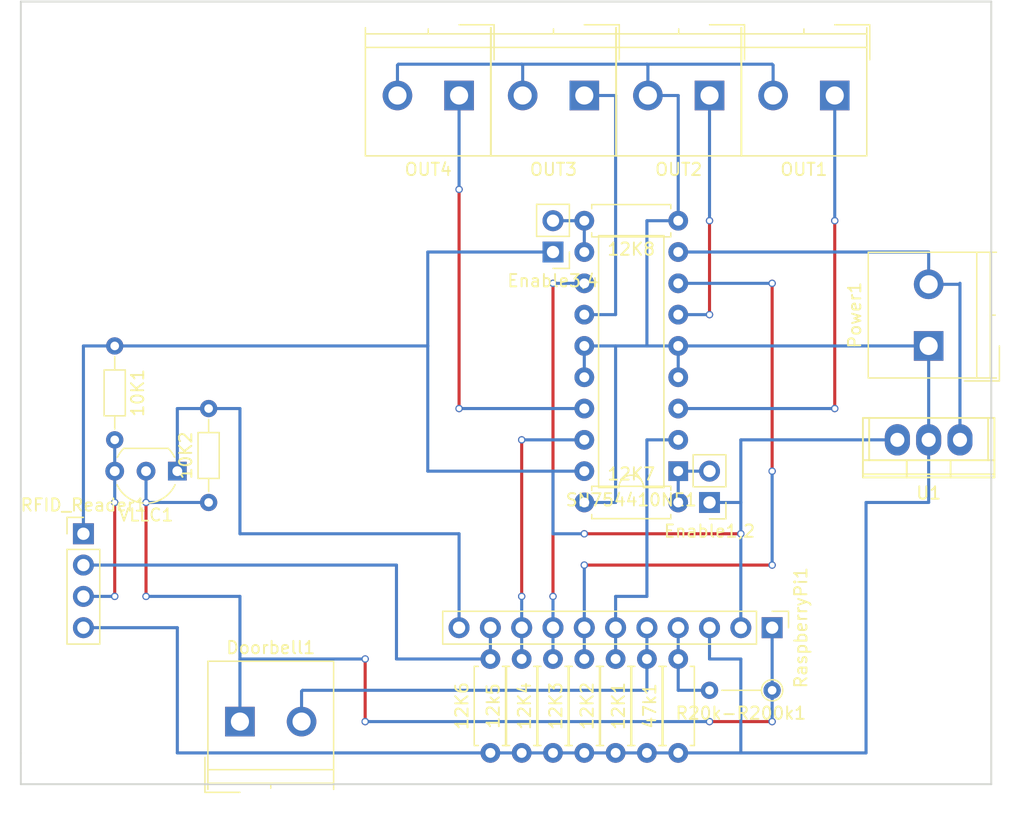
<source format=kicad_pcb>
(kicad_pcb (version 4) (host pcbnew 4.0.7)

  (general
    (links 58)
    (no_connects 0)
    (area 127.777142 45.465 211.175 112.115)
    (thickness 1.6)
    (drawings 5)
    (tracks 158)
    (zones 0)
    (modules 25)
    (nets 20)
  )

  (page A4)
  (layers
    (0 F.Cu signal)
    (31 B.Cu signal)
    (32 B.Adhes user)
    (33 F.Adhes user)
    (34 B.Paste user)
    (35 F.Paste user)
    (36 B.SilkS user)
    (37 F.SilkS user)
    (38 B.Mask user)
    (39 F.Mask user)
    (40 Dwgs.User user)
    (41 Cmts.User user)
    (42 Eco1.User user)
    (43 Eco2.User user)
    (44 Edge.Cuts user)
    (45 Margin user)
    (46 B.CrtYd user)
    (47 F.CrtYd user)
    (48 B.Fab user)
    (49 F.Fab user)
  )

  (setup
    (last_trace_width 0.25)
    (trace_clearance 0.2)
    (zone_clearance 0.508)
    (zone_45_only yes)
    (trace_min 0.2)
    (segment_width 0.2)
    (edge_width 0.15)
    (via_size 0.6)
    (via_drill 0.4)
    (via_min_size 0.4)
    (via_min_drill 0.3)
    (uvia_size 0.3)
    (uvia_drill 0.1)
    (uvias_allowed no)
    (uvia_min_size 0.2)
    (uvia_min_drill 0.1)
    (pcb_text_width 0.3)
    (pcb_text_size 1.5 1.5)
    (mod_edge_width 0.15)
    (mod_text_size 1 1)
    (mod_text_width 0.15)
    (pad_size 1.524 1.524)
    (pad_drill 0.762)
    (pad_to_mask_clearance 0.2)
    (aux_axis_origin 0 0)
    (visible_elements FFFFFF7F)
    (pcbplotparams
      (layerselection 0x00030_80000001)
      (usegerberextensions false)
      (excludeedgelayer true)
      (linewidth 0.100000)
      (plotframeref false)
      (viasonmask false)
      (mode 1)
      (useauxorigin false)
      (hpglpennumber 1)
      (hpglpenspeed 20)
      (hpglpendiameter 15)
      (hpglpenoverlay 2)
      (psnegative false)
      (psa4output false)
      (plotreference true)
      (plotvalue true)
      (plotinvisibletext false)
      (padsonsilk false)
      (subtractmaskfromsilk false)
      (outputformat 1)
      (mirror false)
      (drillshape 1)
      (scaleselection 1)
      (outputdirectory ""))
  )

  (net 0 "")
  (net 1 GND)
  (net 2 "Net-(12K1-Pad2)")
  (net 3 "Net-(12K2-Pad2)")
  (net 4 "Net-(12K3-Pad2)")
  (net 5 "Net-(12K4-Pad2)")
  (net 6 "Net-(12K6-Pad2)")
  (net 7 "Net-(12K7-Pad2)")
  (net 8 "Net-(47k1-Pad2)")
  (net 9 +3V3)
  (net 10 +5V)
  (net 11 +12V)
  (net 12 "Net-(12k5-Pad2)")
  (net 13 "Net-(12K8-Pad2)")
  (net 14 "Net-(OUT1-Pad1)")
  (net 15 "Net-(OUT2-Pad1)")
  (net 16 "Net-(OUT3-Pad1)")
  (net 17 "Net-(OUT4-Pad1)")
  (net 18 "Net-(10K1-Pad2)")
  (net 19 "Net-(10K2-Pad2)")

  (net_class Default "This is the default net class."
    (clearance 0.2)
    (trace_width 0.25)
    (via_dia 0.6)
    (via_drill 0.4)
    (uvia_dia 0.3)
    (uvia_drill 0.1)
    (add_net +12V)
    (add_net +3V3)
    (add_net +5V)
    (add_net GND)
    (add_net "Net-(10K1-Pad2)")
    (add_net "Net-(10K2-Pad2)")
    (add_net "Net-(12K1-Pad2)")
    (add_net "Net-(12K2-Pad2)")
    (add_net "Net-(12K3-Pad2)")
    (add_net "Net-(12K4-Pad2)")
    (add_net "Net-(12K6-Pad2)")
    (add_net "Net-(12K7-Pad2)")
    (add_net "Net-(12K8-Pad2)")
    (add_net "Net-(12k5-Pad2)")
    (add_net "Net-(47k1-Pad2)")
    (add_net "Net-(OUT1-Pad1)")
    (add_net "Net-(OUT2-Pad1)")
    (add_net "Net-(OUT3-Pad1)")
    (add_net "Net-(OUT4-Pad1)")
  )

  (module Connectors_Terminal_Blocks:TerminalBlock_Philmore_TB132_02x5mm_Straight (layer F.Cu) (tedit 59661312) (tstamp 59F28ADE)
    (at 165.1 53.34 180)
    (descr "2-way 5.0mm pitch terminal block, http://www.philmore-datak.com/mc/Page%20197.pdf")
    (tags "screw terminal block")
    (path /59EFBE7C)
    (fp_text reference OUT4 (at 2.5 -6 180) (layer F.SilkS)
      (effects (font (size 1 1) (thickness 0.15)))
    )
    (fp_text value Screw_Terminal_01x02 (at 2.5 6.9 180) (layer F.Fab)
      (effects (font (size 1 1) (thickness 0.15)))
    )
    (fp_line (start -3 -5.3) (end -3 5.9) (layer F.CrtYd) (width 0.05))
    (fp_line (start -3 5.9) (end 8 5.9) (layer F.CrtYd) (width 0.05))
    (fp_line (start 8 5.9) (end 8 -5.3) (layer F.CrtYd) (width 0.05))
    (fp_line (start 8 -5.3) (end -3 -5.3) (layer F.CrtYd) (width 0.05))
    (fp_line (start -2.5 3.9) (end 7.5 3.9) (layer F.Fab) (width 0.1))
    (fp_line (start -2.5 5) (end 7.5 5) (layer F.Fab) (width 0.1))
    (fp_line (start -2.5 5.4) (end -2.5 -4.8) (layer F.Fab) (width 0.1))
    (fp_line (start -2.5 -4.8) (end 7.5 -4.8) (layer F.Fab) (width 0.1))
    (fp_line (start 7.5 -4.8) (end 7.5 5.4) (layer F.Fab) (width 0.1))
    (fp_line (start 2.5 5) (end 2.5 5.4) (layer F.Fab) (width 0.1))
    (fp_line (start -2.84 2.9) (end -2.84 5.74) (layer F.Fab) (width 0.1))
    (fp_line (start -2.84 5.74) (end 0 5.74) (layer F.Fab) (width 0.1))
    (fp_line (start -2.6 3.9) (end 7.6 3.9) (layer F.SilkS) (width 0.12))
    (fp_line (start -2.6 5) (end 7.6 5) (layer F.SilkS) (width 0.12))
    (fp_line (start -2.6 5.5) (end -2.6 -4.9) (layer F.SilkS) (width 0.12))
    (fp_line (start -2.6 -4.9) (end 7.6 -4.9) (layer F.SilkS) (width 0.12))
    (fp_line (start 7.6 -4.9) (end 7.6 5.5) (layer F.SilkS) (width 0.12))
    (fp_line (start 2.5 5) (end 2.5 5.4) (layer F.SilkS) (width 0.12))
    (fp_line (start -2.84 2.9) (end -2.84 5.74) (layer F.SilkS) (width 0.12))
    (fp_line (start -2.84 5.74) (end 0 5.74) (layer F.SilkS) (width 0.12))
    (fp_text user %R (at 2.5 0.3 180) (layer F.Fab)
      (effects (font (size 1 1) (thickness 0.15)))
    )
    (pad 1 thru_hole rect (at 0 0 180) (size 2.4 2.4) (drill 1.47) (layers *.Cu *.Mask)
      (net 17 "Net-(OUT4-Pad1)"))
    (pad 2 thru_hole circle (at 5 0 180) (size 2.4 2.4) (drill 1.47) (layers *.Cu *.Mask)
      (net 1 GND))
    (model ${KISYS3DMOD}/Connectors_Terminal_Blocks.3dshapes/TerminalBlock_Philmore_TB132_02x5mm_Straight.wrl
      (at (xyz 0 0 0))
      (scale (xyz 1 1 1))
      (rotate (xyz 0 0 0))
    )
  )

  (module Connectors_Terminal_Blocks:TerminalBlock_Philmore_TB132_02x5mm_Straight (layer F.Cu) (tedit 59661312) (tstamp 59F28AD2)
    (at 185.42 53.34 180)
    (descr "2-way 5.0mm pitch terminal block, http://www.philmore-datak.com/mc/Page%20197.pdf")
    (tags "screw terminal block")
    (path /59EFC086)
    (fp_text reference OUT2 (at 2.5 -6 180) (layer F.SilkS)
      (effects (font (size 1 1) (thickness 0.15)))
    )
    (fp_text value Screw_Terminal_01x02 (at 2.5 6.9 180) (layer F.Fab)
      (effects (font (size 1 1) (thickness 0.15)))
    )
    (fp_line (start -3 -5.3) (end -3 5.9) (layer F.CrtYd) (width 0.05))
    (fp_line (start -3 5.9) (end 8 5.9) (layer F.CrtYd) (width 0.05))
    (fp_line (start 8 5.9) (end 8 -5.3) (layer F.CrtYd) (width 0.05))
    (fp_line (start 8 -5.3) (end -3 -5.3) (layer F.CrtYd) (width 0.05))
    (fp_line (start -2.5 3.9) (end 7.5 3.9) (layer F.Fab) (width 0.1))
    (fp_line (start -2.5 5) (end 7.5 5) (layer F.Fab) (width 0.1))
    (fp_line (start -2.5 5.4) (end -2.5 -4.8) (layer F.Fab) (width 0.1))
    (fp_line (start -2.5 -4.8) (end 7.5 -4.8) (layer F.Fab) (width 0.1))
    (fp_line (start 7.5 -4.8) (end 7.5 5.4) (layer F.Fab) (width 0.1))
    (fp_line (start 2.5 5) (end 2.5 5.4) (layer F.Fab) (width 0.1))
    (fp_line (start -2.84 2.9) (end -2.84 5.74) (layer F.Fab) (width 0.1))
    (fp_line (start -2.84 5.74) (end 0 5.74) (layer F.Fab) (width 0.1))
    (fp_line (start -2.6 3.9) (end 7.6 3.9) (layer F.SilkS) (width 0.12))
    (fp_line (start -2.6 5) (end 7.6 5) (layer F.SilkS) (width 0.12))
    (fp_line (start -2.6 5.5) (end -2.6 -4.9) (layer F.SilkS) (width 0.12))
    (fp_line (start -2.6 -4.9) (end 7.6 -4.9) (layer F.SilkS) (width 0.12))
    (fp_line (start 7.6 -4.9) (end 7.6 5.5) (layer F.SilkS) (width 0.12))
    (fp_line (start 2.5 5) (end 2.5 5.4) (layer F.SilkS) (width 0.12))
    (fp_line (start -2.84 2.9) (end -2.84 5.74) (layer F.SilkS) (width 0.12))
    (fp_line (start -2.84 5.74) (end 0 5.74) (layer F.SilkS) (width 0.12))
    (fp_text user %R (at 2.5 0.3 180) (layer F.Fab)
      (effects (font (size 1 1) (thickness 0.15)))
    )
    (pad 1 thru_hole rect (at 0 0 180) (size 2.4 2.4) (drill 1.47) (layers *.Cu *.Mask)
      (net 15 "Net-(OUT2-Pad1)"))
    (pad 2 thru_hole circle (at 5 0 180) (size 2.4 2.4) (drill 1.47) (layers *.Cu *.Mask)
      (net 1 GND))
    (model ${KISYS3DMOD}/Connectors_Terminal_Blocks.3dshapes/TerminalBlock_Philmore_TB132_02x5mm_Straight.wrl
      (at (xyz 0 0 0))
      (scale (xyz 1 1 1))
      (rotate (xyz 0 0 0))
    )
  )

  (module Connectors_Terminal_Blocks:TerminalBlock_Philmore_TB132_02x5mm_Straight (layer F.Cu) (tedit 59661312) (tstamp 59F28AD8)
    (at 175.26 53.34 180)
    (descr "2-way 5.0mm pitch terminal block, http://www.philmore-datak.com/mc/Page%20197.pdf")
    (tags "screw terminal block")
    (path /59EFBF4F)
    (fp_text reference OUT3 (at 2.5 -6 180) (layer F.SilkS)
      (effects (font (size 1 1) (thickness 0.15)))
    )
    (fp_text value Screw_Terminal_01x02 (at 2.5 6.9 180) (layer F.Fab)
      (effects (font (size 1 1) (thickness 0.15)))
    )
    (fp_line (start -3 -5.3) (end -3 5.9) (layer F.CrtYd) (width 0.05))
    (fp_line (start -3 5.9) (end 8 5.9) (layer F.CrtYd) (width 0.05))
    (fp_line (start 8 5.9) (end 8 -5.3) (layer F.CrtYd) (width 0.05))
    (fp_line (start 8 -5.3) (end -3 -5.3) (layer F.CrtYd) (width 0.05))
    (fp_line (start -2.5 3.9) (end 7.5 3.9) (layer F.Fab) (width 0.1))
    (fp_line (start -2.5 5) (end 7.5 5) (layer F.Fab) (width 0.1))
    (fp_line (start -2.5 5.4) (end -2.5 -4.8) (layer F.Fab) (width 0.1))
    (fp_line (start -2.5 -4.8) (end 7.5 -4.8) (layer F.Fab) (width 0.1))
    (fp_line (start 7.5 -4.8) (end 7.5 5.4) (layer F.Fab) (width 0.1))
    (fp_line (start 2.5 5) (end 2.5 5.4) (layer F.Fab) (width 0.1))
    (fp_line (start -2.84 2.9) (end -2.84 5.74) (layer F.Fab) (width 0.1))
    (fp_line (start -2.84 5.74) (end 0 5.74) (layer F.Fab) (width 0.1))
    (fp_line (start -2.6 3.9) (end 7.6 3.9) (layer F.SilkS) (width 0.12))
    (fp_line (start -2.6 5) (end 7.6 5) (layer F.SilkS) (width 0.12))
    (fp_line (start -2.6 5.5) (end -2.6 -4.9) (layer F.SilkS) (width 0.12))
    (fp_line (start -2.6 -4.9) (end 7.6 -4.9) (layer F.SilkS) (width 0.12))
    (fp_line (start 7.6 -4.9) (end 7.6 5.5) (layer F.SilkS) (width 0.12))
    (fp_line (start 2.5 5) (end 2.5 5.4) (layer F.SilkS) (width 0.12))
    (fp_line (start -2.84 2.9) (end -2.84 5.74) (layer F.SilkS) (width 0.12))
    (fp_line (start -2.84 5.74) (end 0 5.74) (layer F.SilkS) (width 0.12))
    (fp_text user %R (at 2.5 0.3 180) (layer F.Fab)
      (effects (font (size 1 1) (thickness 0.15)))
    )
    (pad 1 thru_hole rect (at 0 0 180) (size 2.4 2.4) (drill 1.47) (layers *.Cu *.Mask)
      (net 16 "Net-(OUT3-Pad1)"))
    (pad 2 thru_hole circle (at 5 0 180) (size 2.4 2.4) (drill 1.47) (layers *.Cu *.Mask)
      (net 1 GND))
    (model ${KISYS3DMOD}/Connectors_Terminal_Blocks.3dshapes/TerminalBlock_Philmore_TB132_02x5mm_Straight.wrl
      (at (xyz 0 0 0))
      (scale (xyz 1 1 1))
      (rotate (xyz 0 0 0))
    )
  )

  (module Pin_Headers:Pin_Header_Straight_1x11_Pitch2.54mm (layer F.Cu) (tedit 59F290ED) (tstamp 59F000FD)
    (at 190.5 96.52 270)
    (descr "Through hole straight pin header, 1x11, 2.54mm pitch, single row")
    (tags "Through hole pin header THT 1x11 2.54mm single row")
    (path /59EFDCEC)
    (fp_text reference RaspberryPi1 (at 0 -2.33 270) (layer F.SilkS)
      (effects (font (size 1 1) (thickness 0.15)))
    )
    (fp_text value Conn_01x11_Male (at 0 27.73 270) (layer F.Fab)
      (effects (font (size 1 1) (thickness 0.15)))
    )
    (fp_line (start -0.635 -1.27) (end 1.27 -1.27) (layer F.Fab) (width 0.1))
    (fp_line (start 1.27 -1.27) (end 1.27 26.67) (layer F.Fab) (width 0.1))
    (fp_line (start 1.27 26.67) (end -1.27 26.67) (layer F.Fab) (width 0.1))
    (fp_line (start -1.27 26.67) (end -1.27 -0.635) (layer F.Fab) (width 0.1))
    (fp_line (start -1.27 -0.635) (end -0.635 -1.27) (layer F.Fab) (width 0.1))
    (fp_line (start -1.33 26.73) (end 1.33 26.73) (layer F.SilkS) (width 0.12))
    (fp_line (start -1.33 1.27) (end -1.33 26.73) (layer F.SilkS) (width 0.12))
    (fp_line (start 1.33 1.27) (end 1.33 26.73) (layer F.SilkS) (width 0.12))
    (fp_line (start -1.33 1.27) (end 1.33 1.27) (layer F.SilkS) (width 0.12))
    (fp_line (start -1.33 0) (end -1.33 -1.33) (layer F.SilkS) (width 0.12))
    (fp_line (start -1.33 -1.33) (end 0 -1.33) (layer F.SilkS) (width 0.12))
    (fp_line (start -1.8 -1.8) (end -1.8 27.2) (layer F.CrtYd) (width 0.05))
    (fp_line (start -1.8 27.2) (end 1.8 27.2) (layer F.CrtYd) (width 0.05))
    (fp_line (start 1.8 27.2) (end 1.8 -1.8) (layer F.CrtYd) (width 0.05))
    (fp_line (start 1.8 -1.8) (end -1.8 -1.8) (layer F.CrtYd) (width 0.05))
    (fp_text user %R (at 0 12.7 360) (layer F.Fab)
      (effects (font (size 1 1) (thickness 0.15)))
    )
    (pad 1 thru_hole rect (at 0 0 270) (size 1.7 1.7) (drill 1) (layers *.Cu *.Mask)
      (net 9 +3V3))
    (pad 2 thru_hole oval (at 0 2.54 270) (size 1.7 1.7) (drill 1) (layers *.Cu *.Mask)
      (net 10 +5V))
    (pad 3 thru_hole oval (at 0 5.08 270) (size 1.7 1.7) (drill 1) (layers *.Cu *.Mask)
      (net 1 GND))
    (pad 4 thru_hole oval (at 0 7.62 270) (size 1.7 1.7) (drill 1) (layers *.Cu *.Mask)
      (net 8 "Net-(47k1-Pad2)"))
    (pad 5 thru_hole oval (at 0 10.16 270) (size 1.7 1.7) (drill 1) (layers *.Cu *.Mask)
      (net 2 "Net-(12K1-Pad2)"))
    (pad 6 thru_hole oval (at 0 12.7 270) (size 1.7 1.7) (drill 1) (layers *.Cu *.Mask)
      (net 3 "Net-(12K2-Pad2)"))
    (pad 7 thru_hole oval (at 0 15.24 270) (size 1.7 1.7) (drill 1) (layers *.Cu *.Mask)
      (net 4 "Net-(12K3-Pad2)"))
    (pad 8 thru_hole oval (at 0 17.78 270) (size 1.7 1.7) (drill 1) (layers *.Cu *.Mask)
      (net 5 "Net-(12K4-Pad2)"))
    (pad 9 thru_hole oval (at 0 20.32 270) (size 1.7 1.7) (drill 1) (layers *.Cu *.Mask)
      (net 12 "Net-(12k5-Pad2)"))
    (pad 10 thru_hole oval (at 0 22.86 270) (size 1.7 1.7) (drill 1) (layers *.Cu *.Mask)
      (net 6 "Net-(12K6-Pad2)"))
    (pad 11 thru_hole oval (at 0 25.4 270) (size 1.7 1.7) (drill 1) (layers *.Cu *.Mask)
      (net 19 "Net-(10K2-Pad2)"))
    (model ${KISYS3DMOD}/Pin_Headers.3dshapes/Pin_Header_Straight_1x11_Pitch2.54mm.wrl
      (at (xyz 0 0 0))
      (scale (xyz 1 1 1))
      (rotate (xyz 0 0 0))
    )
  )

  (module Connectors_Terminal_Blocks:TerminalBlock_Philmore_TB132_02x5mm_Straight (layer F.Cu) (tedit 59661312) (tstamp 59F0009D)
    (at 147.32 104.14)
    (descr "2-way 5.0mm pitch terminal block, http://www.philmore-datak.com/mc/Page%20197.pdf")
    (tags "screw terminal block")
    (path /59F055B8)
    (fp_text reference Doorbell1 (at 2.5 -6) (layer F.SilkS)
      (effects (font (size 1 1) (thickness 0.15)))
    )
    (fp_text value Screw_Terminal_01x02 (at 2.5 6.9) (layer F.Fab)
      (effects (font (size 1 1) (thickness 0.15)))
    )
    (fp_line (start -3 -5.3) (end -3 5.9) (layer F.CrtYd) (width 0.05))
    (fp_line (start -3 5.9) (end 8 5.9) (layer F.CrtYd) (width 0.05))
    (fp_line (start 8 5.9) (end 8 -5.3) (layer F.CrtYd) (width 0.05))
    (fp_line (start 8 -5.3) (end -3 -5.3) (layer F.CrtYd) (width 0.05))
    (fp_line (start -2.5 3.9) (end 7.5 3.9) (layer F.Fab) (width 0.1))
    (fp_line (start -2.5 5) (end 7.5 5) (layer F.Fab) (width 0.1))
    (fp_line (start -2.5 5.4) (end -2.5 -4.8) (layer F.Fab) (width 0.1))
    (fp_line (start -2.5 -4.8) (end 7.5 -4.8) (layer F.Fab) (width 0.1))
    (fp_line (start 7.5 -4.8) (end 7.5 5.4) (layer F.Fab) (width 0.1))
    (fp_line (start 2.5 5) (end 2.5 5.4) (layer F.Fab) (width 0.1))
    (fp_line (start -2.84 2.9) (end -2.84 5.74) (layer F.Fab) (width 0.1))
    (fp_line (start -2.84 5.74) (end 0 5.74) (layer F.Fab) (width 0.1))
    (fp_line (start -2.6 3.9) (end 7.6 3.9) (layer F.SilkS) (width 0.12))
    (fp_line (start -2.6 5) (end 7.6 5) (layer F.SilkS) (width 0.12))
    (fp_line (start -2.6 5.5) (end -2.6 -4.9) (layer F.SilkS) (width 0.12))
    (fp_line (start -2.6 -4.9) (end 7.6 -4.9) (layer F.SilkS) (width 0.12))
    (fp_line (start 7.6 -4.9) (end 7.6 5.5) (layer F.SilkS) (width 0.12))
    (fp_line (start 2.5 5) (end 2.5 5.4) (layer F.SilkS) (width 0.12))
    (fp_line (start -2.84 2.9) (end -2.84 5.74) (layer F.SilkS) (width 0.12))
    (fp_line (start -2.84 5.74) (end 0 5.74) (layer F.SilkS) (width 0.12))
    (fp_text user %R (at 2.5 0.3) (layer F.Fab)
      (effects (font (size 1 1) (thickness 0.15)))
    )
    (pad 1 thru_hole rect (at 0 0) (size 2.4 2.4) (drill 1.47) (layers *.Cu *.Mask)
      (net 9 +3V3))
    (pad 2 thru_hole circle (at 5 0) (size 2.4 2.4) (drill 1.47) (layers *.Cu *.Mask)
      (net 2 "Net-(12K1-Pad2)"))
    (model ${KISYS3DMOD}/Connectors_Terminal_Blocks.3dshapes/TerminalBlock_Philmore_TB132_02x5mm_Straight.wrl
      (at (xyz 0 0 0))
      (scale (xyz 1 1 1))
      (rotate (xyz 0 0 0))
    )
  )

  (module Pin_Headers:Pin_Header_Straight_1x02_Pitch2.54mm (layer F.Cu) (tedit 59650532) (tstamp 59F000A3)
    (at 185.42 86.36 180)
    (descr "Through hole straight pin header, 1x02, 2.54mm pitch, single row")
    (tags "Through hole pin header THT 1x02 2.54mm single row")
    (path /59E7AEFF)
    (fp_text reference Enable1,2 (at 0 -2.33 180) (layer F.SilkS)
      (effects (font (size 1 1) (thickness 0.15)))
    )
    (fp_text value Conn_01x02_Male (at 0 4.87 180) (layer F.Fab)
      (effects (font (size 1 1) (thickness 0.15)))
    )
    (fp_line (start -0.635 -1.27) (end 1.27 -1.27) (layer F.Fab) (width 0.1))
    (fp_line (start 1.27 -1.27) (end 1.27 3.81) (layer F.Fab) (width 0.1))
    (fp_line (start 1.27 3.81) (end -1.27 3.81) (layer F.Fab) (width 0.1))
    (fp_line (start -1.27 3.81) (end -1.27 -0.635) (layer F.Fab) (width 0.1))
    (fp_line (start -1.27 -0.635) (end -0.635 -1.27) (layer F.Fab) (width 0.1))
    (fp_line (start -1.33 3.87) (end 1.33 3.87) (layer F.SilkS) (width 0.12))
    (fp_line (start -1.33 1.27) (end -1.33 3.87) (layer F.SilkS) (width 0.12))
    (fp_line (start 1.33 1.27) (end 1.33 3.87) (layer F.SilkS) (width 0.12))
    (fp_line (start -1.33 1.27) (end 1.33 1.27) (layer F.SilkS) (width 0.12))
    (fp_line (start -1.33 0) (end -1.33 -1.33) (layer F.SilkS) (width 0.12))
    (fp_line (start -1.33 -1.33) (end 0 -1.33) (layer F.SilkS) (width 0.12))
    (fp_line (start -1.8 -1.8) (end -1.8 4.35) (layer F.CrtYd) (width 0.05))
    (fp_line (start -1.8 4.35) (end 1.8 4.35) (layer F.CrtYd) (width 0.05))
    (fp_line (start 1.8 4.35) (end 1.8 -1.8) (layer F.CrtYd) (width 0.05))
    (fp_line (start 1.8 -1.8) (end -1.8 -1.8) (layer F.CrtYd) (width 0.05))
    (fp_text user %R (at 0 1.27 270) (layer F.Fab)
      (effects (font (size 1 1) (thickness 0.15)))
    )
    (pad 1 thru_hole rect (at 0 0 180) (size 1.7 1.7) (drill 1) (layers *.Cu *.Mask)
      (net 10 +5V))
    (pad 2 thru_hole oval (at 0 2.54 180) (size 1.7 1.7) (drill 1) (layers *.Cu *.Mask)
      (net 7 "Net-(12K7-Pad2)"))
    (model ${KISYS3DMOD}/Pin_Headers.3dshapes/Pin_Header_Straight_1x02_Pitch2.54mm.wrl
      (at (xyz 0 0 0))
      (scale (xyz 1 1 1))
      (rotate (xyz 0 0 0))
    )
  )

  (module Pin_Headers:Pin_Header_Straight_1x02_Pitch2.54mm (layer F.Cu) (tedit 59650532) (tstamp 59F000A9)
    (at 172.72 66.04 180)
    (descr "Through hole straight pin header, 1x02, 2.54mm pitch, single row")
    (tags "Through hole pin header THT 1x02 2.54mm single row")
    (path /59E7AC9E)
    (fp_text reference Enable3,4 (at 0 -2.33 180) (layer F.SilkS)
      (effects (font (size 1 1) (thickness 0.15)))
    )
    (fp_text value Conn_01x02_Male (at 0 4.87 180) (layer F.Fab)
      (effects (font (size 1 1) (thickness 0.15)))
    )
    (fp_line (start -0.635 -1.27) (end 1.27 -1.27) (layer F.Fab) (width 0.1))
    (fp_line (start 1.27 -1.27) (end 1.27 3.81) (layer F.Fab) (width 0.1))
    (fp_line (start 1.27 3.81) (end -1.27 3.81) (layer F.Fab) (width 0.1))
    (fp_line (start -1.27 3.81) (end -1.27 -0.635) (layer F.Fab) (width 0.1))
    (fp_line (start -1.27 -0.635) (end -0.635 -1.27) (layer F.Fab) (width 0.1))
    (fp_line (start -1.33 3.87) (end 1.33 3.87) (layer F.SilkS) (width 0.12))
    (fp_line (start -1.33 1.27) (end -1.33 3.87) (layer F.SilkS) (width 0.12))
    (fp_line (start 1.33 1.27) (end 1.33 3.87) (layer F.SilkS) (width 0.12))
    (fp_line (start -1.33 1.27) (end 1.33 1.27) (layer F.SilkS) (width 0.12))
    (fp_line (start -1.33 0) (end -1.33 -1.33) (layer F.SilkS) (width 0.12))
    (fp_line (start -1.33 -1.33) (end 0 -1.33) (layer F.SilkS) (width 0.12))
    (fp_line (start -1.8 -1.8) (end -1.8 4.35) (layer F.CrtYd) (width 0.05))
    (fp_line (start -1.8 4.35) (end 1.8 4.35) (layer F.CrtYd) (width 0.05))
    (fp_line (start 1.8 4.35) (end 1.8 -1.8) (layer F.CrtYd) (width 0.05))
    (fp_line (start 1.8 -1.8) (end -1.8 -1.8) (layer F.CrtYd) (width 0.05))
    (fp_text user %R (at 0 1.27 270) (layer F.Fab)
      (effects (font (size 1 1) (thickness 0.15)))
    )
    (pad 1 thru_hole rect (at 0 0 180) (size 1.7 1.7) (drill 1) (layers *.Cu *.Mask)
      (net 10 +5V))
    (pad 2 thru_hole oval (at 0 2.54 180) (size 1.7 1.7) (drill 1) (layers *.Cu *.Mask)
      (net 13 "Net-(12K8-Pad2)"))
    (model ${KISYS3DMOD}/Pin_Headers.3dshapes/Pin_Header_Straight_1x02_Pitch2.54mm.wrl
      (at (xyz 0 0 0))
      (scale (xyz 1 1 1))
      (rotate (xyz 0 0 0))
    )
  )

  (module Connectors_Terminal_Blocks:TerminalBlock_Philmore_TB132_02x5mm_Straight (layer F.Cu) (tedit 59661312) (tstamp 59F000DB)
    (at 203.2 73.66 90)
    (descr "2-way 5.0mm pitch terminal block, http://www.philmore-datak.com/mc/Page%20197.pdf")
    (tags "screw terminal block")
    (path /59F04224)
    (fp_text reference Power1 (at 2.5 -6 90) (layer F.SilkS)
      (effects (font (size 1 1) (thickness 0.15)))
    )
    (fp_text value Screw_Terminal_01x02 (at 2.5 6.9 90) (layer F.Fab)
      (effects (font (size 1 1) (thickness 0.15)))
    )
    (fp_line (start -3 -5.3) (end -3 5.9) (layer F.CrtYd) (width 0.05))
    (fp_line (start -3 5.9) (end 8 5.9) (layer F.CrtYd) (width 0.05))
    (fp_line (start 8 5.9) (end 8 -5.3) (layer F.CrtYd) (width 0.05))
    (fp_line (start 8 -5.3) (end -3 -5.3) (layer F.CrtYd) (width 0.05))
    (fp_line (start -2.5 3.9) (end 7.5 3.9) (layer F.Fab) (width 0.1))
    (fp_line (start -2.5 5) (end 7.5 5) (layer F.Fab) (width 0.1))
    (fp_line (start -2.5 5.4) (end -2.5 -4.8) (layer F.Fab) (width 0.1))
    (fp_line (start -2.5 -4.8) (end 7.5 -4.8) (layer F.Fab) (width 0.1))
    (fp_line (start 7.5 -4.8) (end 7.5 5.4) (layer F.Fab) (width 0.1))
    (fp_line (start 2.5 5) (end 2.5 5.4) (layer F.Fab) (width 0.1))
    (fp_line (start -2.84 2.9) (end -2.84 5.74) (layer F.Fab) (width 0.1))
    (fp_line (start -2.84 5.74) (end 0 5.74) (layer F.Fab) (width 0.1))
    (fp_line (start -2.6 3.9) (end 7.6 3.9) (layer F.SilkS) (width 0.12))
    (fp_line (start -2.6 5) (end 7.6 5) (layer F.SilkS) (width 0.12))
    (fp_line (start -2.6 5.5) (end -2.6 -4.9) (layer F.SilkS) (width 0.12))
    (fp_line (start -2.6 -4.9) (end 7.6 -4.9) (layer F.SilkS) (width 0.12))
    (fp_line (start 7.6 -4.9) (end 7.6 5.5) (layer F.SilkS) (width 0.12))
    (fp_line (start 2.5 5) (end 2.5 5.4) (layer F.SilkS) (width 0.12))
    (fp_line (start -2.84 2.9) (end -2.84 5.74) (layer F.SilkS) (width 0.12))
    (fp_line (start -2.84 5.74) (end 0 5.74) (layer F.SilkS) (width 0.12))
    (fp_text user %R (at 2.5 0.3 90) (layer F.Fab)
      (effects (font (size 1 1) (thickness 0.15)))
    )
    (pad 1 thru_hole rect (at 0 0 90) (size 2.4 2.4) (drill 1.47) (layers *.Cu *.Mask)
      (net 1 GND))
    (pad 2 thru_hole circle (at 5 0 90) (size 2.4 2.4) (drill 1.47) (layers *.Cu *.Mask)
      (net 11 +12V))
    (model ${KISYS3DMOD}/Connectors_Terminal_Blocks.3dshapes/TerminalBlock_Philmore_TB132_02x5mm_Straight.wrl
      (at (xyz 0 0 0))
      (scale (xyz 1 1 1))
      (rotate (xyz 0 0 0))
    )
  )

  (module Resistors_THT:R_Axial_DIN0204_L3.6mm_D1.6mm_P5.08mm_Vertical (layer F.Cu) (tedit 5874F706) (tstamp 59F000EE)
    (at 190.5 101.6 180)
    (descr "Resistor, Axial_DIN0204 series, Axial, Vertical, pin pitch=5.08mm, 0.16666666666666666W = 1/6W, length*diameter=3.6*1.6mm^2, http://cdn-reichelt.de/documents/datenblatt/B400/1_4W%23YAG.pdf")
    (tags "Resistor Axial_DIN0204 series Axial Vertical pin pitch 5.08mm 0.16666666666666666W = 1/6W length 3.6mm diameter 1.6mm")
    (path /59E6DBC8)
    (fp_text reference R20k-R200k1 (at 2.54 -1.86 180) (layer F.SilkS)
      (effects (font (size 1 1) (thickness 0.15)))
    )
    (fp_text value R_PHOTO (at 2.54 1.86 180) (layer F.Fab)
      (effects (font (size 1 1) (thickness 0.15)))
    )
    (fp_circle (center 0 0) (end 0.8 0) (layer F.Fab) (width 0.1))
    (fp_circle (center 0 0) (end 0.86 0) (layer F.SilkS) (width 0.12))
    (fp_line (start 0 0) (end 5.08 0) (layer F.Fab) (width 0.1))
    (fp_line (start 0.86 0) (end 4.08 0) (layer F.SilkS) (width 0.12))
    (fp_line (start -1.15 -1.15) (end -1.15 1.15) (layer F.CrtYd) (width 0.05))
    (fp_line (start -1.15 1.15) (end 6.1 1.15) (layer F.CrtYd) (width 0.05))
    (fp_line (start 6.1 1.15) (end 6.1 -1.15) (layer F.CrtYd) (width 0.05))
    (fp_line (start 6.1 -1.15) (end -1.15 -1.15) (layer F.CrtYd) (width 0.05))
    (pad 1 thru_hole circle (at 0 0 180) (size 1.4 1.4) (drill 0.7) (layers *.Cu *.Mask)
      (net 9 +3V3))
    (pad 2 thru_hole oval (at 5.08 0 180) (size 1.4 1.4) (drill 0.7) (layers *.Cu *.Mask)
      (net 8 "Net-(47k1-Pad2)"))
    (model ${KISYS3DMOD}/Resistors_THT.3dshapes/R_Axial_DIN0204_L3.6mm_D1.6mm_P5.08mm_Vertical.wrl
      (at (xyz 0 0 0))
      (scale (xyz 0.393701 0.393701 0.393701))
      (rotate (xyz 0 0 0))
    )
  )

  (module Pin_Headers:Pin_Header_Straight_1x04_Pitch2.54mm (layer F.Cu) (tedit 59650532) (tstamp 59F00105)
    (at 134.62 88.9)
    (descr "Through hole straight pin header, 1x04, 2.54mm pitch, single row")
    (tags "Through hole pin header THT 1x04 2.54mm single row")
    (path /59E7CCD4)
    (fp_text reference RFID_Reader1 (at 0 -2.33) (layer F.SilkS)
      (effects (font (size 1 1) (thickness 0.15)))
    )
    (fp_text value Conn_01x04_Male (at 0 9.95) (layer F.Fab)
      (effects (font (size 1 1) (thickness 0.15)))
    )
    (fp_line (start -0.635 -1.27) (end 1.27 -1.27) (layer F.Fab) (width 0.1))
    (fp_line (start 1.27 -1.27) (end 1.27 8.89) (layer F.Fab) (width 0.1))
    (fp_line (start 1.27 8.89) (end -1.27 8.89) (layer F.Fab) (width 0.1))
    (fp_line (start -1.27 8.89) (end -1.27 -0.635) (layer F.Fab) (width 0.1))
    (fp_line (start -1.27 -0.635) (end -0.635 -1.27) (layer F.Fab) (width 0.1))
    (fp_line (start -1.33 8.95) (end 1.33 8.95) (layer F.SilkS) (width 0.12))
    (fp_line (start -1.33 1.27) (end -1.33 8.95) (layer F.SilkS) (width 0.12))
    (fp_line (start 1.33 1.27) (end 1.33 8.95) (layer F.SilkS) (width 0.12))
    (fp_line (start -1.33 1.27) (end 1.33 1.27) (layer F.SilkS) (width 0.12))
    (fp_line (start -1.33 0) (end -1.33 -1.33) (layer F.SilkS) (width 0.12))
    (fp_line (start -1.33 -1.33) (end 0 -1.33) (layer F.SilkS) (width 0.12))
    (fp_line (start -1.8 -1.8) (end -1.8 9.4) (layer F.CrtYd) (width 0.05))
    (fp_line (start -1.8 9.4) (end 1.8 9.4) (layer F.CrtYd) (width 0.05))
    (fp_line (start 1.8 9.4) (end 1.8 -1.8) (layer F.CrtYd) (width 0.05))
    (fp_line (start 1.8 -1.8) (end -1.8 -1.8) (layer F.CrtYd) (width 0.05))
    (fp_text user %R (at 0 3.81 90) (layer F.Fab)
      (effects (font (size 1 1) (thickness 0.15)))
    )
    (pad 1 thru_hole rect (at 0 0) (size 1.7 1.7) (drill 1) (layers *.Cu *.Mask)
      (net 10 +5V))
    (pad 2 thru_hole oval (at 0 2.54) (size 1.7 1.7) (drill 1) (layers *.Cu *.Mask)
      (net 6 "Net-(12K6-Pad2)"))
    (pad 3 thru_hole oval (at 0 5.08) (size 1.7 1.7) (drill 1) (layers *.Cu *.Mask)
      (net 18 "Net-(10K1-Pad2)"))
    (pad 4 thru_hole oval (at 0 7.62) (size 1.7 1.7) (drill 1) (layers *.Cu *.Mask)
      (net 1 GND))
    (model ${KISYS3DMOD}/Pin_Headers.3dshapes/Pin_Header_Straight_1x04_Pitch2.54mm.wrl
      (at (xyz 0 0 0))
      (scale (xyz 1 1 1))
      (rotate (xyz 0 0 0))
    )
  )

  (module Power_Integrations:TO-220 (layer F.Cu) (tedit 0) (tstamp 59F0010C)
    (at 203.2 81.28 180)
    (descr "Non Isolated JEDEC TO-220 Package")
    (tags "Power Integration YN Package")
    (path /59E6E3BD)
    (fp_text reference U1 (at 0 -4.318 180) (layer F.SilkS)
      (effects (font (size 1 1) (thickness 0.15)))
    )
    (fp_text value L7805 (at 0 -4.318 180) (layer F.Fab)
      (effects (font (size 1 1) (thickness 0.15)))
    )
    (fp_line (start 4.826 -1.651) (end 4.826 1.778) (layer F.SilkS) (width 0.15))
    (fp_line (start -4.826 -1.651) (end -4.826 1.778) (layer F.SilkS) (width 0.15))
    (fp_line (start 5.334 -2.794) (end -5.334 -2.794) (layer F.SilkS) (width 0.15))
    (fp_line (start 1.778 -1.778) (end 1.778 -3.048) (layer F.SilkS) (width 0.15))
    (fp_line (start -1.778 -1.778) (end -1.778 -3.048) (layer F.SilkS) (width 0.15))
    (fp_line (start -5.334 -1.651) (end 5.334 -1.651) (layer F.SilkS) (width 0.15))
    (fp_line (start 5.334 1.778) (end -5.334 1.778) (layer F.SilkS) (width 0.15))
    (fp_line (start -5.334 -3.048) (end -5.334 1.778) (layer F.SilkS) (width 0.15))
    (fp_line (start 5.334 -3.048) (end 5.334 1.778) (layer F.SilkS) (width 0.15))
    (fp_line (start 5.334 -3.048) (end -5.334 -3.048) (layer F.SilkS) (width 0.15))
    (pad 2 thru_hole oval (at 0 0 180) (size 2.032 2.54) (drill 1.143) (layers *.Cu *.Mask)
      (net 1 GND))
    (pad 3 thru_hole oval (at 2.54 0 180) (size 2.032 2.54) (drill 1.143) (layers *.Cu *.Mask)
      (net 10 +5V))
    (pad 1 thru_hole oval (at -2.54 0 180) (size 2.032 2.54) (drill 1.143) (layers *.Cu *.Mask)
      (net 11 +12V))
  )

  (module Connectors_Terminal_Blocks:TerminalBlock_Philmore_TB132_02x5mm_Straight (layer F.Cu) (tedit 59661312) (tstamp 59F28ACC)
    (at 195.58 53.34 180)
    (descr "2-way 5.0mm pitch terminal block, http://www.philmore-datak.com/mc/Page%20197.pdf")
    (tags "screw terminal block")
    (path /59EFC0FF)
    (fp_text reference OUT1 (at 2.5 -6 180) (layer F.SilkS)
      (effects (font (size 1 1) (thickness 0.15)))
    )
    (fp_text value Screw_Terminal_01x02 (at 2.5 6.9 180) (layer F.Fab)
      (effects (font (size 1 1) (thickness 0.15)))
    )
    (fp_line (start -3 -5.3) (end -3 5.9) (layer F.CrtYd) (width 0.05))
    (fp_line (start -3 5.9) (end 8 5.9) (layer F.CrtYd) (width 0.05))
    (fp_line (start 8 5.9) (end 8 -5.3) (layer F.CrtYd) (width 0.05))
    (fp_line (start 8 -5.3) (end -3 -5.3) (layer F.CrtYd) (width 0.05))
    (fp_line (start -2.5 3.9) (end 7.5 3.9) (layer F.Fab) (width 0.1))
    (fp_line (start -2.5 5) (end 7.5 5) (layer F.Fab) (width 0.1))
    (fp_line (start -2.5 5.4) (end -2.5 -4.8) (layer F.Fab) (width 0.1))
    (fp_line (start -2.5 -4.8) (end 7.5 -4.8) (layer F.Fab) (width 0.1))
    (fp_line (start 7.5 -4.8) (end 7.5 5.4) (layer F.Fab) (width 0.1))
    (fp_line (start 2.5 5) (end 2.5 5.4) (layer F.Fab) (width 0.1))
    (fp_line (start -2.84 2.9) (end -2.84 5.74) (layer F.Fab) (width 0.1))
    (fp_line (start -2.84 5.74) (end 0 5.74) (layer F.Fab) (width 0.1))
    (fp_line (start -2.6 3.9) (end 7.6 3.9) (layer F.SilkS) (width 0.12))
    (fp_line (start -2.6 5) (end 7.6 5) (layer F.SilkS) (width 0.12))
    (fp_line (start -2.6 5.5) (end -2.6 -4.9) (layer F.SilkS) (width 0.12))
    (fp_line (start -2.6 -4.9) (end 7.6 -4.9) (layer F.SilkS) (width 0.12))
    (fp_line (start 7.6 -4.9) (end 7.6 5.5) (layer F.SilkS) (width 0.12))
    (fp_line (start 2.5 5) (end 2.5 5.4) (layer F.SilkS) (width 0.12))
    (fp_line (start -2.84 2.9) (end -2.84 5.74) (layer F.SilkS) (width 0.12))
    (fp_line (start -2.84 5.74) (end 0 5.74) (layer F.SilkS) (width 0.12))
    (fp_text user %R (at 2.5 0.3 180) (layer F.Fab)
      (effects (font (size 1 1) (thickness 0.15)))
    )
    (pad 1 thru_hole rect (at 0 0 180) (size 2.4 2.4) (drill 1.47) (layers *.Cu *.Mask)
      (net 14 "Net-(OUT1-Pad1)"))
    (pad 2 thru_hole circle (at 5 0 180) (size 2.4 2.4) (drill 1.47) (layers *.Cu *.Mask)
      (net 1 GND))
    (model ${KISYS3DMOD}/Connectors_Terminal_Blocks.3dshapes/TerminalBlock_Philmore_TB132_02x5mm_Straight.wrl
      (at (xyz 0 0 0))
      (scale (xyz 1 1 1))
      (rotate (xyz 0 0 0))
    )
  )

  (module Housings_DIP:DIP-16_W7.62mm (layer F.Cu) (tedit 59C78D6B) (tstamp 59F3B79C)
    (at 182.88 83.82 180)
    (descr "16-lead though-hole mounted DIP package, row spacing 7.62 mm (300 mils)")
    (tags "THT DIP DIL PDIP 2.54mm 7.62mm 300mil")
    (path /59E77621)
    (fp_text reference SN754410NE1 (at 3.81 -2.33 180) (layer F.SilkS)
      (effects (font (size 1 1) (thickness 0.15)))
    )
    (fp_text value Conn_02x08_Counter_Clockwise (at 3.81 20.11 180) (layer F.Fab)
      (effects (font (size 1 1) (thickness 0.15)))
    )
    (fp_arc (start 3.81 -1.33) (end 2.81 -1.33) (angle -180) (layer F.SilkS) (width 0.12))
    (fp_line (start 1.635 -1.27) (end 6.985 -1.27) (layer F.Fab) (width 0.1))
    (fp_line (start 6.985 -1.27) (end 6.985 19.05) (layer F.Fab) (width 0.1))
    (fp_line (start 6.985 19.05) (end 0.635 19.05) (layer F.Fab) (width 0.1))
    (fp_line (start 0.635 19.05) (end 0.635 -0.27) (layer F.Fab) (width 0.1))
    (fp_line (start 0.635 -0.27) (end 1.635 -1.27) (layer F.Fab) (width 0.1))
    (fp_line (start 2.81 -1.33) (end 1.16 -1.33) (layer F.SilkS) (width 0.12))
    (fp_line (start 1.16 -1.33) (end 1.16 19.11) (layer F.SilkS) (width 0.12))
    (fp_line (start 1.16 19.11) (end 6.46 19.11) (layer F.SilkS) (width 0.12))
    (fp_line (start 6.46 19.11) (end 6.46 -1.33) (layer F.SilkS) (width 0.12))
    (fp_line (start 6.46 -1.33) (end 4.81 -1.33) (layer F.SilkS) (width 0.12))
    (fp_line (start -1.1 -1.55) (end -1.1 19.3) (layer F.CrtYd) (width 0.05))
    (fp_line (start -1.1 19.3) (end 8.7 19.3) (layer F.CrtYd) (width 0.05))
    (fp_line (start 8.7 19.3) (end 8.7 -1.55) (layer F.CrtYd) (width 0.05))
    (fp_line (start 8.7 -1.55) (end -1.1 -1.55) (layer F.CrtYd) (width 0.05))
    (fp_text user %R (at 3.81 8.89 180) (layer F.Fab)
      (effects (font (size 1 1) (thickness 0.15)))
    )
    (pad 1 thru_hole rect (at 0 0 180) (size 1.6 1.6) (drill 0.8) (layers *.Cu *.Mask)
      (net 7 "Net-(12K7-Pad2)"))
    (pad 9 thru_hole oval (at 7.62 17.78 180) (size 1.6 1.6) (drill 0.8) (layers *.Cu *.Mask)
      (net 13 "Net-(12K8-Pad2)"))
    (pad 2 thru_hole oval (at 0 2.54 180) (size 1.6 1.6) (drill 0.8) (layers *.Cu *.Mask)
      (net 3 "Net-(12K2-Pad2)"))
    (pad 10 thru_hole oval (at 7.62 15.24 180) (size 1.6 1.6) (drill 0.8) (layers *.Cu *.Mask)
      (net 5 "Net-(12K4-Pad2)"))
    (pad 3 thru_hole oval (at 0 5.08 180) (size 1.6 1.6) (drill 0.8) (layers *.Cu *.Mask)
      (net 14 "Net-(OUT1-Pad1)"))
    (pad 11 thru_hole oval (at 7.62 12.7 180) (size 1.6 1.6) (drill 0.8) (layers *.Cu *.Mask)
      (net 16 "Net-(OUT3-Pad1)"))
    (pad 4 thru_hole oval (at 0 7.62 180) (size 1.6 1.6) (drill 0.8) (layers *.Cu *.Mask)
      (net 1 GND))
    (pad 12 thru_hole oval (at 7.62 10.16 180) (size 1.6 1.6) (drill 0.8) (layers *.Cu *.Mask)
      (net 1 GND))
    (pad 5 thru_hole oval (at 0 10.16 180) (size 1.6 1.6) (drill 0.8) (layers *.Cu *.Mask)
      (net 1 GND))
    (pad 13 thru_hole oval (at 7.62 7.62 180) (size 1.6 1.6) (drill 0.8) (layers *.Cu *.Mask)
      (net 1 GND))
    (pad 6 thru_hole oval (at 0 12.7 180) (size 1.6 1.6) (drill 0.8) (layers *.Cu *.Mask)
      (net 15 "Net-(OUT2-Pad1)"))
    (pad 14 thru_hole oval (at 7.62 5.08 180) (size 1.6 1.6) (drill 0.8) (layers *.Cu *.Mask)
      (net 17 "Net-(OUT4-Pad1)"))
    (pad 7 thru_hole oval (at 0 15.24 180) (size 1.6 1.6) (drill 0.8) (layers *.Cu *.Mask)
      (net 4 "Net-(12K3-Pad2)"))
    (pad 15 thru_hole oval (at 7.62 2.54 180) (size 1.6 1.6) (drill 0.8) (layers *.Cu *.Mask)
      (net 12 "Net-(12k5-Pad2)"))
    (pad 8 thru_hole oval (at 0 17.78 180) (size 1.6 1.6) (drill 0.8) (layers *.Cu *.Mask)
      (net 11 +12V))
    (pad 16 thru_hole oval (at 7.62 0 180) (size 1.6 1.6) (drill 0.8) (layers *.Cu *.Mask)
      (net 10 +5V))
    (model ${KISYS3DMOD}/Housings_DIP.3dshapes/DIP-16_W7.62mm.wrl
      (at (xyz 0 0 0))
      (scale (xyz 1 1 1))
      (rotate (xyz 0 0 0))
    )
  )

  (module Resistors_THT:R_Axial_DIN0207_L6.3mm_D2.5mm_P7.62mm_Horizontal (layer F.Cu) (tedit 5874F706) (tstamp 59F3E55C)
    (at 180.34 106.68 90)
    (descr "Resistor, Axial_DIN0207 series, Axial, Horizontal, pin pitch=7.62mm, 0.25W = 1/4W, length*diameter=6.3*2.5mm^2, http://cdn-reichelt.de/documents/datenblatt/B400/1_4W%23YAG.pdf")
    (tags "Resistor Axial_DIN0207 series Axial Horizontal pin pitch 7.62mm 0.25W = 1/4W length 6.3mm diameter 2.5mm")
    (path /59E770C3)
    (fp_text reference 12K1 (at 3.81 -2.31 90) (layer F.SilkS)
      (effects (font (size 1 1) (thickness 0.15)))
    )
    (fp_text value R (at 3.81 2.31 90) (layer F.Fab)
      (effects (font (size 1 1) (thickness 0.15)))
    )
    (fp_line (start 0.66 -1.25) (end 0.66 1.25) (layer F.Fab) (width 0.1))
    (fp_line (start 0.66 1.25) (end 6.96 1.25) (layer F.Fab) (width 0.1))
    (fp_line (start 6.96 1.25) (end 6.96 -1.25) (layer F.Fab) (width 0.1))
    (fp_line (start 6.96 -1.25) (end 0.66 -1.25) (layer F.Fab) (width 0.1))
    (fp_line (start 0 0) (end 0.66 0) (layer F.Fab) (width 0.1))
    (fp_line (start 7.62 0) (end 6.96 0) (layer F.Fab) (width 0.1))
    (fp_line (start 0.6 -0.98) (end 0.6 -1.31) (layer F.SilkS) (width 0.12))
    (fp_line (start 0.6 -1.31) (end 7.02 -1.31) (layer F.SilkS) (width 0.12))
    (fp_line (start 7.02 -1.31) (end 7.02 -0.98) (layer F.SilkS) (width 0.12))
    (fp_line (start 0.6 0.98) (end 0.6 1.31) (layer F.SilkS) (width 0.12))
    (fp_line (start 0.6 1.31) (end 7.02 1.31) (layer F.SilkS) (width 0.12))
    (fp_line (start 7.02 1.31) (end 7.02 0.98) (layer F.SilkS) (width 0.12))
    (fp_line (start -1.05 -1.6) (end -1.05 1.6) (layer F.CrtYd) (width 0.05))
    (fp_line (start -1.05 1.6) (end 8.7 1.6) (layer F.CrtYd) (width 0.05))
    (fp_line (start 8.7 1.6) (end 8.7 -1.6) (layer F.CrtYd) (width 0.05))
    (fp_line (start 8.7 -1.6) (end -1.05 -1.6) (layer F.CrtYd) (width 0.05))
    (pad 1 thru_hole circle (at 0 0 90) (size 1.6 1.6) (drill 0.8) (layers *.Cu *.Mask)
      (net 1 GND))
    (pad 2 thru_hole oval (at 7.62 0 90) (size 1.6 1.6) (drill 0.8) (layers *.Cu *.Mask)
      (net 2 "Net-(12K1-Pad2)"))
    (model ${KISYS3DMOD}/Resistors_THT.3dshapes/R_Axial_DIN0207_L6.3mm_D2.5mm_P7.62mm_Horizontal.wrl
      (at (xyz 0 0 0))
      (scale (xyz 0.393701 0.393701 0.393701))
      (rotate (xyz 0 0 0))
    )
  )

  (module Resistors_THT:R_Axial_DIN0207_L6.3mm_D2.5mm_P7.62mm_Horizontal (layer F.Cu) (tedit 5874F706) (tstamp 59F3E562)
    (at 177.8 106.68 90)
    (descr "Resistor, Axial_DIN0207 series, Axial, Horizontal, pin pitch=7.62mm, 0.25W = 1/4W, length*diameter=6.3*2.5mm^2, http://cdn-reichelt.de/documents/datenblatt/B400/1_4W%23YAG.pdf")
    (tags "Resistor Axial_DIN0207 series Axial Horizontal pin pitch 7.62mm 0.25W = 1/4W length 6.3mm diameter 2.5mm")
    (path /59E770FE)
    (fp_text reference 12K2 (at 3.81 -2.31 90) (layer F.SilkS)
      (effects (font (size 1 1) (thickness 0.15)))
    )
    (fp_text value R (at 3.81 2.31 90) (layer F.Fab)
      (effects (font (size 1 1) (thickness 0.15)))
    )
    (fp_line (start 0.66 -1.25) (end 0.66 1.25) (layer F.Fab) (width 0.1))
    (fp_line (start 0.66 1.25) (end 6.96 1.25) (layer F.Fab) (width 0.1))
    (fp_line (start 6.96 1.25) (end 6.96 -1.25) (layer F.Fab) (width 0.1))
    (fp_line (start 6.96 -1.25) (end 0.66 -1.25) (layer F.Fab) (width 0.1))
    (fp_line (start 0 0) (end 0.66 0) (layer F.Fab) (width 0.1))
    (fp_line (start 7.62 0) (end 6.96 0) (layer F.Fab) (width 0.1))
    (fp_line (start 0.6 -0.98) (end 0.6 -1.31) (layer F.SilkS) (width 0.12))
    (fp_line (start 0.6 -1.31) (end 7.02 -1.31) (layer F.SilkS) (width 0.12))
    (fp_line (start 7.02 -1.31) (end 7.02 -0.98) (layer F.SilkS) (width 0.12))
    (fp_line (start 0.6 0.98) (end 0.6 1.31) (layer F.SilkS) (width 0.12))
    (fp_line (start 0.6 1.31) (end 7.02 1.31) (layer F.SilkS) (width 0.12))
    (fp_line (start 7.02 1.31) (end 7.02 0.98) (layer F.SilkS) (width 0.12))
    (fp_line (start -1.05 -1.6) (end -1.05 1.6) (layer F.CrtYd) (width 0.05))
    (fp_line (start -1.05 1.6) (end 8.7 1.6) (layer F.CrtYd) (width 0.05))
    (fp_line (start 8.7 1.6) (end 8.7 -1.6) (layer F.CrtYd) (width 0.05))
    (fp_line (start 8.7 -1.6) (end -1.05 -1.6) (layer F.CrtYd) (width 0.05))
    (pad 1 thru_hole circle (at 0 0 90) (size 1.6 1.6) (drill 0.8) (layers *.Cu *.Mask)
      (net 1 GND))
    (pad 2 thru_hole oval (at 7.62 0 90) (size 1.6 1.6) (drill 0.8) (layers *.Cu *.Mask)
      (net 3 "Net-(12K2-Pad2)"))
    (model ${KISYS3DMOD}/Resistors_THT.3dshapes/R_Axial_DIN0207_L6.3mm_D2.5mm_P7.62mm_Horizontal.wrl
      (at (xyz 0 0 0))
      (scale (xyz 0.393701 0.393701 0.393701))
      (rotate (xyz 0 0 0))
    )
  )

  (module Resistors_THT:R_Axial_DIN0207_L6.3mm_D2.5mm_P7.62mm_Horizontal (layer F.Cu) (tedit 5874F706) (tstamp 59F3E568)
    (at 175.26 106.68 90)
    (descr "Resistor, Axial_DIN0207 series, Axial, Horizontal, pin pitch=7.62mm, 0.25W = 1/4W, length*diameter=6.3*2.5mm^2, http://cdn-reichelt.de/documents/datenblatt/B400/1_4W%23YAG.pdf")
    (tags "Resistor Axial_DIN0207 series Axial Horizontal pin pitch 7.62mm 0.25W = 1/4W length 6.3mm diameter 2.5mm")
    (path /59E77143)
    (fp_text reference 12K3 (at 3.81 -2.31 90) (layer F.SilkS)
      (effects (font (size 1 1) (thickness 0.15)))
    )
    (fp_text value R (at 3.81 2.31 90) (layer F.Fab)
      (effects (font (size 1 1) (thickness 0.15)))
    )
    (fp_line (start 0.66 -1.25) (end 0.66 1.25) (layer F.Fab) (width 0.1))
    (fp_line (start 0.66 1.25) (end 6.96 1.25) (layer F.Fab) (width 0.1))
    (fp_line (start 6.96 1.25) (end 6.96 -1.25) (layer F.Fab) (width 0.1))
    (fp_line (start 6.96 -1.25) (end 0.66 -1.25) (layer F.Fab) (width 0.1))
    (fp_line (start 0 0) (end 0.66 0) (layer F.Fab) (width 0.1))
    (fp_line (start 7.62 0) (end 6.96 0) (layer F.Fab) (width 0.1))
    (fp_line (start 0.6 -0.98) (end 0.6 -1.31) (layer F.SilkS) (width 0.12))
    (fp_line (start 0.6 -1.31) (end 7.02 -1.31) (layer F.SilkS) (width 0.12))
    (fp_line (start 7.02 -1.31) (end 7.02 -0.98) (layer F.SilkS) (width 0.12))
    (fp_line (start 0.6 0.98) (end 0.6 1.31) (layer F.SilkS) (width 0.12))
    (fp_line (start 0.6 1.31) (end 7.02 1.31) (layer F.SilkS) (width 0.12))
    (fp_line (start 7.02 1.31) (end 7.02 0.98) (layer F.SilkS) (width 0.12))
    (fp_line (start -1.05 -1.6) (end -1.05 1.6) (layer F.CrtYd) (width 0.05))
    (fp_line (start -1.05 1.6) (end 8.7 1.6) (layer F.CrtYd) (width 0.05))
    (fp_line (start 8.7 1.6) (end 8.7 -1.6) (layer F.CrtYd) (width 0.05))
    (fp_line (start 8.7 -1.6) (end -1.05 -1.6) (layer F.CrtYd) (width 0.05))
    (pad 1 thru_hole circle (at 0 0 90) (size 1.6 1.6) (drill 0.8) (layers *.Cu *.Mask)
      (net 1 GND))
    (pad 2 thru_hole oval (at 7.62 0 90) (size 1.6 1.6) (drill 0.8) (layers *.Cu *.Mask)
      (net 4 "Net-(12K3-Pad2)"))
    (model ${KISYS3DMOD}/Resistors_THT.3dshapes/R_Axial_DIN0207_L6.3mm_D2.5mm_P7.62mm_Horizontal.wrl
      (at (xyz 0 0 0))
      (scale (xyz 0.393701 0.393701 0.393701))
      (rotate (xyz 0 0 0))
    )
  )

  (module Resistors_THT:R_Axial_DIN0207_L6.3mm_D2.5mm_P7.62mm_Horizontal (layer F.Cu) (tedit 5874F706) (tstamp 59F3E56E)
    (at 172.72 106.68 90)
    (descr "Resistor, Axial_DIN0207 series, Axial, Horizontal, pin pitch=7.62mm, 0.25W = 1/4W, length*diameter=6.3*2.5mm^2, http://cdn-reichelt.de/documents/datenblatt/B400/1_4W%23YAG.pdf")
    (tags "Resistor Axial_DIN0207 series Axial Horizontal pin pitch 7.62mm 0.25W = 1/4W length 6.3mm diameter 2.5mm")
    (path /59E77182)
    (fp_text reference 12K4 (at 3.81 -2.31 90) (layer F.SilkS)
      (effects (font (size 1 1) (thickness 0.15)))
    )
    (fp_text value R (at 3.81 2.31 90) (layer F.Fab)
      (effects (font (size 1 1) (thickness 0.15)))
    )
    (fp_line (start 0.66 -1.25) (end 0.66 1.25) (layer F.Fab) (width 0.1))
    (fp_line (start 0.66 1.25) (end 6.96 1.25) (layer F.Fab) (width 0.1))
    (fp_line (start 6.96 1.25) (end 6.96 -1.25) (layer F.Fab) (width 0.1))
    (fp_line (start 6.96 -1.25) (end 0.66 -1.25) (layer F.Fab) (width 0.1))
    (fp_line (start 0 0) (end 0.66 0) (layer F.Fab) (width 0.1))
    (fp_line (start 7.62 0) (end 6.96 0) (layer F.Fab) (width 0.1))
    (fp_line (start 0.6 -0.98) (end 0.6 -1.31) (layer F.SilkS) (width 0.12))
    (fp_line (start 0.6 -1.31) (end 7.02 -1.31) (layer F.SilkS) (width 0.12))
    (fp_line (start 7.02 -1.31) (end 7.02 -0.98) (layer F.SilkS) (width 0.12))
    (fp_line (start 0.6 0.98) (end 0.6 1.31) (layer F.SilkS) (width 0.12))
    (fp_line (start 0.6 1.31) (end 7.02 1.31) (layer F.SilkS) (width 0.12))
    (fp_line (start 7.02 1.31) (end 7.02 0.98) (layer F.SilkS) (width 0.12))
    (fp_line (start -1.05 -1.6) (end -1.05 1.6) (layer F.CrtYd) (width 0.05))
    (fp_line (start -1.05 1.6) (end 8.7 1.6) (layer F.CrtYd) (width 0.05))
    (fp_line (start 8.7 1.6) (end 8.7 -1.6) (layer F.CrtYd) (width 0.05))
    (fp_line (start 8.7 -1.6) (end -1.05 -1.6) (layer F.CrtYd) (width 0.05))
    (pad 1 thru_hole circle (at 0 0 90) (size 1.6 1.6) (drill 0.8) (layers *.Cu *.Mask)
      (net 1 GND))
    (pad 2 thru_hole oval (at 7.62 0 90) (size 1.6 1.6) (drill 0.8) (layers *.Cu *.Mask)
      (net 5 "Net-(12K4-Pad2)"))
    (model ${KISYS3DMOD}/Resistors_THT.3dshapes/R_Axial_DIN0207_L6.3mm_D2.5mm_P7.62mm_Horizontal.wrl
      (at (xyz 0 0 0))
      (scale (xyz 0.393701 0.393701 0.393701))
      (rotate (xyz 0 0 0))
    )
  )

  (module Resistors_THT:R_Axial_DIN0207_L6.3mm_D2.5mm_P7.62mm_Horizontal (layer F.Cu) (tedit 5874F706) (tstamp 59F3E574)
    (at 170.18 106.68 90)
    (descr "Resistor, Axial_DIN0207 series, Axial, Horizontal, pin pitch=7.62mm, 0.25W = 1/4W, length*diameter=6.3*2.5mm^2, http://cdn-reichelt.de/documents/datenblatt/B400/1_4W%23YAG.pdf")
    (tags "Resistor Axial_DIN0207 series Axial Horizontal pin pitch 7.62mm 0.25W = 1/4W length 6.3mm diameter 2.5mm")
    (path /59E771C7)
    (fp_text reference 12k5 (at 3.81 -2.31 90) (layer F.SilkS)
      (effects (font (size 1 1) (thickness 0.15)))
    )
    (fp_text value R (at 3.81 2.31 90) (layer F.Fab)
      (effects (font (size 1 1) (thickness 0.15)))
    )
    (fp_line (start 0.66 -1.25) (end 0.66 1.25) (layer F.Fab) (width 0.1))
    (fp_line (start 0.66 1.25) (end 6.96 1.25) (layer F.Fab) (width 0.1))
    (fp_line (start 6.96 1.25) (end 6.96 -1.25) (layer F.Fab) (width 0.1))
    (fp_line (start 6.96 -1.25) (end 0.66 -1.25) (layer F.Fab) (width 0.1))
    (fp_line (start 0 0) (end 0.66 0) (layer F.Fab) (width 0.1))
    (fp_line (start 7.62 0) (end 6.96 0) (layer F.Fab) (width 0.1))
    (fp_line (start 0.6 -0.98) (end 0.6 -1.31) (layer F.SilkS) (width 0.12))
    (fp_line (start 0.6 -1.31) (end 7.02 -1.31) (layer F.SilkS) (width 0.12))
    (fp_line (start 7.02 -1.31) (end 7.02 -0.98) (layer F.SilkS) (width 0.12))
    (fp_line (start 0.6 0.98) (end 0.6 1.31) (layer F.SilkS) (width 0.12))
    (fp_line (start 0.6 1.31) (end 7.02 1.31) (layer F.SilkS) (width 0.12))
    (fp_line (start 7.02 1.31) (end 7.02 0.98) (layer F.SilkS) (width 0.12))
    (fp_line (start -1.05 -1.6) (end -1.05 1.6) (layer F.CrtYd) (width 0.05))
    (fp_line (start -1.05 1.6) (end 8.7 1.6) (layer F.CrtYd) (width 0.05))
    (fp_line (start 8.7 1.6) (end 8.7 -1.6) (layer F.CrtYd) (width 0.05))
    (fp_line (start 8.7 -1.6) (end -1.05 -1.6) (layer F.CrtYd) (width 0.05))
    (pad 1 thru_hole circle (at 0 0 90) (size 1.6 1.6) (drill 0.8) (layers *.Cu *.Mask)
      (net 1 GND))
    (pad 2 thru_hole oval (at 7.62 0 90) (size 1.6 1.6) (drill 0.8) (layers *.Cu *.Mask)
      (net 12 "Net-(12k5-Pad2)"))
    (model ${KISYS3DMOD}/Resistors_THT.3dshapes/R_Axial_DIN0207_L6.3mm_D2.5mm_P7.62mm_Horizontal.wrl
      (at (xyz 0 0 0))
      (scale (xyz 0.393701 0.393701 0.393701))
      (rotate (xyz 0 0 0))
    )
  )

  (module Resistors_THT:R_Axial_DIN0207_L6.3mm_D2.5mm_P7.62mm_Horizontal (layer F.Cu) (tedit 5874F706) (tstamp 59F3E57A)
    (at 167.64 106.68 90)
    (descr "Resistor, Axial_DIN0207 series, Axial, Horizontal, pin pitch=7.62mm, 0.25W = 1/4W, length*diameter=6.3*2.5mm^2, http://cdn-reichelt.de/documents/datenblatt/B400/1_4W%23YAG.pdf")
    (tags "Resistor Axial_DIN0207 series Axial Horizontal pin pitch 7.62mm 0.25W = 1/4W length 6.3mm diameter 2.5mm")
    (path /59F00886)
    (fp_text reference 12K6 (at 3.81 -2.31 90) (layer F.SilkS)
      (effects (font (size 1 1) (thickness 0.15)))
    )
    (fp_text value R (at 3.81 2.31 90) (layer F.Fab)
      (effects (font (size 1 1) (thickness 0.15)))
    )
    (fp_line (start 0.66 -1.25) (end 0.66 1.25) (layer F.Fab) (width 0.1))
    (fp_line (start 0.66 1.25) (end 6.96 1.25) (layer F.Fab) (width 0.1))
    (fp_line (start 6.96 1.25) (end 6.96 -1.25) (layer F.Fab) (width 0.1))
    (fp_line (start 6.96 -1.25) (end 0.66 -1.25) (layer F.Fab) (width 0.1))
    (fp_line (start 0 0) (end 0.66 0) (layer F.Fab) (width 0.1))
    (fp_line (start 7.62 0) (end 6.96 0) (layer F.Fab) (width 0.1))
    (fp_line (start 0.6 -0.98) (end 0.6 -1.31) (layer F.SilkS) (width 0.12))
    (fp_line (start 0.6 -1.31) (end 7.02 -1.31) (layer F.SilkS) (width 0.12))
    (fp_line (start 7.02 -1.31) (end 7.02 -0.98) (layer F.SilkS) (width 0.12))
    (fp_line (start 0.6 0.98) (end 0.6 1.31) (layer F.SilkS) (width 0.12))
    (fp_line (start 0.6 1.31) (end 7.02 1.31) (layer F.SilkS) (width 0.12))
    (fp_line (start 7.02 1.31) (end 7.02 0.98) (layer F.SilkS) (width 0.12))
    (fp_line (start -1.05 -1.6) (end -1.05 1.6) (layer F.CrtYd) (width 0.05))
    (fp_line (start -1.05 1.6) (end 8.7 1.6) (layer F.CrtYd) (width 0.05))
    (fp_line (start 8.7 1.6) (end 8.7 -1.6) (layer F.CrtYd) (width 0.05))
    (fp_line (start 8.7 -1.6) (end -1.05 -1.6) (layer F.CrtYd) (width 0.05))
    (pad 1 thru_hole circle (at 0 0 90) (size 1.6 1.6) (drill 0.8) (layers *.Cu *.Mask)
      (net 1 GND))
    (pad 2 thru_hole oval (at 7.62 0 90) (size 1.6 1.6) (drill 0.8) (layers *.Cu *.Mask)
      (net 6 "Net-(12K6-Pad2)"))
    (model ${KISYS3DMOD}/Resistors_THT.3dshapes/R_Axial_DIN0207_L6.3mm_D2.5mm_P7.62mm_Horizontal.wrl
      (at (xyz 0 0 0))
      (scale (xyz 0.393701 0.393701 0.393701))
      (rotate (xyz 0 0 0))
    )
  )

  (module Resistors_THT:R_Axial_DIN0207_L6.3mm_D2.5mm_P7.62mm_Horizontal (layer F.Cu) (tedit 5874F706) (tstamp 59F3E580)
    (at 175.26 86.36)
    (descr "Resistor, Axial_DIN0207 series, Axial, Horizontal, pin pitch=7.62mm, 0.25W = 1/4W, length*diameter=6.3*2.5mm^2, http://cdn-reichelt.de/documents/datenblatt/B400/1_4W%23YAG.pdf")
    (tags "Resistor Axial_DIN0207 series Axial Horizontal pin pitch 7.62mm 0.25W = 1/4W length 6.3mm diameter 2.5mm")
    (path /59F075B6)
    (fp_text reference 12K7 (at 3.81 -2.31) (layer F.SilkS)
      (effects (font (size 1 1) (thickness 0.15)))
    )
    (fp_text value R (at 3.81 2.31) (layer F.Fab)
      (effects (font (size 1 1) (thickness 0.15)))
    )
    (fp_line (start 0.66 -1.25) (end 0.66 1.25) (layer F.Fab) (width 0.1))
    (fp_line (start 0.66 1.25) (end 6.96 1.25) (layer F.Fab) (width 0.1))
    (fp_line (start 6.96 1.25) (end 6.96 -1.25) (layer F.Fab) (width 0.1))
    (fp_line (start 6.96 -1.25) (end 0.66 -1.25) (layer F.Fab) (width 0.1))
    (fp_line (start 0 0) (end 0.66 0) (layer F.Fab) (width 0.1))
    (fp_line (start 7.62 0) (end 6.96 0) (layer F.Fab) (width 0.1))
    (fp_line (start 0.6 -0.98) (end 0.6 -1.31) (layer F.SilkS) (width 0.12))
    (fp_line (start 0.6 -1.31) (end 7.02 -1.31) (layer F.SilkS) (width 0.12))
    (fp_line (start 7.02 -1.31) (end 7.02 -0.98) (layer F.SilkS) (width 0.12))
    (fp_line (start 0.6 0.98) (end 0.6 1.31) (layer F.SilkS) (width 0.12))
    (fp_line (start 0.6 1.31) (end 7.02 1.31) (layer F.SilkS) (width 0.12))
    (fp_line (start 7.02 1.31) (end 7.02 0.98) (layer F.SilkS) (width 0.12))
    (fp_line (start -1.05 -1.6) (end -1.05 1.6) (layer F.CrtYd) (width 0.05))
    (fp_line (start -1.05 1.6) (end 8.7 1.6) (layer F.CrtYd) (width 0.05))
    (fp_line (start 8.7 1.6) (end 8.7 -1.6) (layer F.CrtYd) (width 0.05))
    (fp_line (start 8.7 -1.6) (end -1.05 -1.6) (layer F.CrtYd) (width 0.05))
    (pad 1 thru_hole circle (at 0 0) (size 1.6 1.6) (drill 0.8) (layers *.Cu *.Mask)
      (net 1 GND))
    (pad 2 thru_hole oval (at 7.62 0) (size 1.6 1.6) (drill 0.8) (layers *.Cu *.Mask)
      (net 7 "Net-(12K7-Pad2)"))
    (model ${KISYS3DMOD}/Resistors_THT.3dshapes/R_Axial_DIN0207_L6.3mm_D2.5mm_P7.62mm_Horizontal.wrl
      (at (xyz 0 0 0))
      (scale (xyz 0.393701 0.393701 0.393701))
      (rotate (xyz 0 0 0))
    )
  )

  (module Resistors_THT:R_Axial_DIN0207_L6.3mm_D2.5mm_P7.62mm_Horizontal (layer F.Cu) (tedit 5874F706) (tstamp 59F3E586)
    (at 182.88 63.5 180)
    (descr "Resistor, Axial_DIN0207 series, Axial, Horizontal, pin pitch=7.62mm, 0.25W = 1/4W, length*diameter=6.3*2.5mm^2, http://cdn-reichelt.de/documents/datenblatt/B400/1_4W%23YAG.pdf")
    (tags "Resistor Axial_DIN0207 series Axial Horizontal pin pitch 7.62mm 0.25W = 1/4W length 6.3mm diameter 2.5mm")
    (path /59F076CD)
    (fp_text reference 12K8 (at 3.81 -2.31 180) (layer F.SilkS)
      (effects (font (size 1 1) (thickness 0.15)))
    )
    (fp_text value R (at 3.81 2.31 180) (layer F.Fab)
      (effects (font (size 1 1) (thickness 0.15)))
    )
    (fp_line (start 0.66 -1.25) (end 0.66 1.25) (layer F.Fab) (width 0.1))
    (fp_line (start 0.66 1.25) (end 6.96 1.25) (layer F.Fab) (width 0.1))
    (fp_line (start 6.96 1.25) (end 6.96 -1.25) (layer F.Fab) (width 0.1))
    (fp_line (start 6.96 -1.25) (end 0.66 -1.25) (layer F.Fab) (width 0.1))
    (fp_line (start 0 0) (end 0.66 0) (layer F.Fab) (width 0.1))
    (fp_line (start 7.62 0) (end 6.96 0) (layer F.Fab) (width 0.1))
    (fp_line (start 0.6 -0.98) (end 0.6 -1.31) (layer F.SilkS) (width 0.12))
    (fp_line (start 0.6 -1.31) (end 7.02 -1.31) (layer F.SilkS) (width 0.12))
    (fp_line (start 7.02 -1.31) (end 7.02 -0.98) (layer F.SilkS) (width 0.12))
    (fp_line (start 0.6 0.98) (end 0.6 1.31) (layer F.SilkS) (width 0.12))
    (fp_line (start 0.6 1.31) (end 7.02 1.31) (layer F.SilkS) (width 0.12))
    (fp_line (start 7.02 1.31) (end 7.02 0.98) (layer F.SilkS) (width 0.12))
    (fp_line (start -1.05 -1.6) (end -1.05 1.6) (layer F.CrtYd) (width 0.05))
    (fp_line (start -1.05 1.6) (end 8.7 1.6) (layer F.CrtYd) (width 0.05))
    (fp_line (start 8.7 1.6) (end 8.7 -1.6) (layer F.CrtYd) (width 0.05))
    (fp_line (start 8.7 -1.6) (end -1.05 -1.6) (layer F.CrtYd) (width 0.05))
    (pad 1 thru_hole circle (at 0 0 180) (size 1.6 1.6) (drill 0.8) (layers *.Cu *.Mask)
      (net 1 GND))
    (pad 2 thru_hole oval (at 7.62 0 180) (size 1.6 1.6) (drill 0.8) (layers *.Cu *.Mask)
      (net 13 "Net-(12K8-Pad2)"))
    (model ${KISYS3DMOD}/Resistors_THT.3dshapes/R_Axial_DIN0207_L6.3mm_D2.5mm_P7.62mm_Horizontal.wrl
      (at (xyz 0 0 0))
      (scale (xyz 0.393701 0.393701 0.393701))
      (rotate (xyz 0 0 0))
    )
  )

  (module Resistors_THT:R_Axial_DIN0207_L6.3mm_D2.5mm_P7.62mm_Horizontal (layer F.Cu) (tedit 5874F706) (tstamp 59F3E58C)
    (at 182.88 106.68 90)
    (descr "Resistor, Axial_DIN0207 series, Axial, Horizontal, pin pitch=7.62mm, 0.25W = 1/4W, length*diameter=6.3*2.5mm^2, http://cdn-reichelt.de/documents/datenblatt/B400/1_4W%23YAG.pdf")
    (tags "Resistor Axial_DIN0207 series Axial Horizontal pin pitch 7.62mm 0.25W = 1/4W length 6.3mm diameter 2.5mm")
    (path /59E6DD27)
    (fp_text reference 47k1 (at 3.81 -2.31 90) (layer F.SilkS)
      (effects (font (size 1 1) (thickness 0.15)))
    )
    (fp_text value R (at 3.81 2.31 90) (layer F.Fab)
      (effects (font (size 1 1) (thickness 0.15)))
    )
    (fp_line (start 0.66 -1.25) (end 0.66 1.25) (layer F.Fab) (width 0.1))
    (fp_line (start 0.66 1.25) (end 6.96 1.25) (layer F.Fab) (width 0.1))
    (fp_line (start 6.96 1.25) (end 6.96 -1.25) (layer F.Fab) (width 0.1))
    (fp_line (start 6.96 -1.25) (end 0.66 -1.25) (layer F.Fab) (width 0.1))
    (fp_line (start 0 0) (end 0.66 0) (layer F.Fab) (width 0.1))
    (fp_line (start 7.62 0) (end 6.96 0) (layer F.Fab) (width 0.1))
    (fp_line (start 0.6 -0.98) (end 0.6 -1.31) (layer F.SilkS) (width 0.12))
    (fp_line (start 0.6 -1.31) (end 7.02 -1.31) (layer F.SilkS) (width 0.12))
    (fp_line (start 7.02 -1.31) (end 7.02 -0.98) (layer F.SilkS) (width 0.12))
    (fp_line (start 0.6 0.98) (end 0.6 1.31) (layer F.SilkS) (width 0.12))
    (fp_line (start 0.6 1.31) (end 7.02 1.31) (layer F.SilkS) (width 0.12))
    (fp_line (start 7.02 1.31) (end 7.02 0.98) (layer F.SilkS) (width 0.12))
    (fp_line (start -1.05 -1.6) (end -1.05 1.6) (layer F.CrtYd) (width 0.05))
    (fp_line (start -1.05 1.6) (end 8.7 1.6) (layer F.CrtYd) (width 0.05))
    (fp_line (start 8.7 1.6) (end 8.7 -1.6) (layer F.CrtYd) (width 0.05))
    (fp_line (start 8.7 -1.6) (end -1.05 -1.6) (layer F.CrtYd) (width 0.05))
    (pad 1 thru_hole circle (at 0 0 90) (size 1.6 1.6) (drill 0.8) (layers *.Cu *.Mask)
      (net 1 GND))
    (pad 2 thru_hole oval (at 7.62 0 90) (size 1.6 1.6) (drill 0.8) (layers *.Cu *.Mask)
      (net 8 "Net-(47k1-Pad2)"))
    (model ${KISYS3DMOD}/Resistors_THT.3dshapes/R_Axial_DIN0207_L6.3mm_D2.5mm_P7.62mm_Horizontal.wrl
      (at (xyz 0 0 0))
      (scale (xyz 0.393701 0.393701 0.393701))
      (rotate (xyz 0 0 0))
    )
  )

  (module Resistors_THT:R_Axial_DIN0204_L3.6mm_D1.6mm_P7.62mm_Horizontal (layer F.Cu) (tedit 5874F706) (tstamp 59F4E5B0)
    (at 137.16 73.66 270)
    (descr "Resistor, Axial_DIN0204 series, Axial, Horizontal, pin pitch=7.62mm, 0.16666666666666666W = 1/6W, length*diameter=3.6*1.6mm^2, http://cdn-reichelt.de/documents/datenblatt/B400/1_4W%23YAG.pdf")
    (tags "Resistor Axial_DIN0204 series Axial Horizontal pin pitch 7.62mm 0.16666666666666666W = 1/6W length 3.6mm diameter 1.6mm")
    (path /59F4EDE4)
    (fp_text reference 10K1 (at 3.81 -1.86 270) (layer F.SilkS)
      (effects (font (size 1 1) (thickness 0.15)))
    )
    (fp_text value R (at 3.81 1.86 270) (layer F.Fab)
      (effects (font (size 1 1) (thickness 0.15)))
    )
    (fp_line (start 2.01 -0.8) (end 2.01 0.8) (layer F.Fab) (width 0.1))
    (fp_line (start 2.01 0.8) (end 5.61 0.8) (layer F.Fab) (width 0.1))
    (fp_line (start 5.61 0.8) (end 5.61 -0.8) (layer F.Fab) (width 0.1))
    (fp_line (start 5.61 -0.8) (end 2.01 -0.8) (layer F.Fab) (width 0.1))
    (fp_line (start 0 0) (end 2.01 0) (layer F.Fab) (width 0.1))
    (fp_line (start 7.62 0) (end 5.61 0) (layer F.Fab) (width 0.1))
    (fp_line (start 1.95 -0.86) (end 1.95 0.86) (layer F.SilkS) (width 0.12))
    (fp_line (start 1.95 0.86) (end 5.67 0.86) (layer F.SilkS) (width 0.12))
    (fp_line (start 5.67 0.86) (end 5.67 -0.86) (layer F.SilkS) (width 0.12))
    (fp_line (start 5.67 -0.86) (end 1.95 -0.86) (layer F.SilkS) (width 0.12))
    (fp_line (start 0.88 0) (end 1.95 0) (layer F.SilkS) (width 0.12))
    (fp_line (start 6.74 0) (end 5.67 0) (layer F.SilkS) (width 0.12))
    (fp_line (start -0.95 -1.15) (end -0.95 1.15) (layer F.CrtYd) (width 0.05))
    (fp_line (start -0.95 1.15) (end 8.6 1.15) (layer F.CrtYd) (width 0.05))
    (fp_line (start 8.6 1.15) (end 8.6 -1.15) (layer F.CrtYd) (width 0.05))
    (fp_line (start 8.6 -1.15) (end -0.95 -1.15) (layer F.CrtYd) (width 0.05))
    (pad 1 thru_hole circle (at 0 0 270) (size 1.4 1.4) (drill 0.7) (layers *.Cu *.Mask)
      (net 10 +5V))
    (pad 2 thru_hole oval (at 7.62 0 270) (size 1.4 1.4) (drill 0.7) (layers *.Cu *.Mask)
      (net 18 "Net-(10K1-Pad2)"))
    (model ${KISYS3DMOD}/Resistors_THT.3dshapes/R_Axial_DIN0204_L3.6mm_D1.6mm_P7.62mm_Horizontal.wrl
      (at (xyz 0 0 0))
      (scale (xyz 0.393701 0.393701 0.393701))
      (rotate (xyz 0 0 0))
    )
  )

  (module Resistors_THT:R_Axial_DIN0204_L3.6mm_D1.6mm_P7.62mm_Horizontal (layer F.Cu) (tedit 5874F706) (tstamp 59F4E5B6)
    (at 144.78 86.36 90)
    (descr "Resistor, Axial_DIN0204 series, Axial, Horizontal, pin pitch=7.62mm, 0.16666666666666666W = 1/6W, length*diameter=3.6*1.6mm^2, http://cdn-reichelt.de/documents/datenblatt/B400/1_4W%23YAG.pdf")
    (tags "Resistor Axial_DIN0204 series Axial Horizontal pin pitch 7.62mm 0.16666666666666666W = 1/6W length 3.6mm diameter 1.6mm")
    (path /59F4EE8B)
    (fp_text reference 10K2 (at 3.81 -1.86 90) (layer F.SilkS)
      (effects (font (size 1 1) (thickness 0.15)))
    )
    (fp_text value R (at 3.81 1.86 90) (layer F.Fab)
      (effects (font (size 1 1) (thickness 0.15)))
    )
    (fp_line (start 2.01 -0.8) (end 2.01 0.8) (layer F.Fab) (width 0.1))
    (fp_line (start 2.01 0.8) (end 5.61 0.8) (layer F.Fab) (width 0.1))
    (fp_line (start 5.61 0.8) (end 5.61 -0.8) (layer F.Fab) (width 0.1))
    (fp_line (start 5.61 -0.8) (end 2.01 -0.8) (layer F.Fab) (width 0.1))
    (fp_line (start 0 0) (end 2.01 0) (layer F.Fab) (width 0.1))
    (fp_line (start 7.62 0) (end 5.61 0) (layer F.Fab) (width 0.1))
    (fp_line (start 1.95 -0.86) (end 1.95 0.86) (layer F.SilkS) (width 0.12))
    (fp_line (start 1.95 0.86) (end 5.67 0.86) (layer F.SilkS) (width 0.12))
    (fp_line (start 5.67 0.86) (end 5.67 -0.86) (layer F.SilkS) (width 0.12))
    (fp_line (start 5.67 -0.86) (end 1.95 -0.86) (layer F.SilkS) (width 0.12))
    (fp_line (start 0.88 0) (end 1.95 0) (layer F.SilkS) (width 0.12))
    (fp_line (start 6.74 0) (end 5.67 0) (layer F.SilkS) (width 0.12))
    (fp_line (start -0.95 -1.15) (end -0.95 1.15) (layer F.CrtYd) (width 0.05))
    (fp_line (start -0.95 1.15) (end 8.6 1.15) (layer F.CrtYd) (width 0.05))
    (fp_line (start 8.6 1.15) (end 8.6 -1.15) (layer F.CrtYd) (width 0.05))
    (fp_line (start 8.6 -1.15) (end -0.95 -1.15) (layer F.CrtYd) (width 0.05))
    (pad 1 thru_hole circle (at 0 0 90) (size 1.4 1.4) (drill 0.7) (layers *.Cu *.Mask)
      (net 9 +3V3))
    (pad 2 thru_hole oval (at 7.62 0 90) (size 1.4 1.4) (drill 0.7) (layers *.Cu *.Mask)
      (net 19 "Net-(10K2-Pad2)"))
    (model ${KISYS3DMOD}/Resistors_THT.3dshapes/R_Axial_DIN0204_L3.6mm_D1.6mm_P7.62mm_Horizontal.wrl
      (at (xyz 0 0 0))
      (scale (xyz 0.393701 0.393701 0.393701))
      (rotate (xyz 0 0 0))
    )
  )

  (module TO_SOT_Packages_THT:TO-92_Inline_Wide (layer F.Cu) (tedit 58CE52AF) (tstamp 59F4E67A)
    (at 142.24 83.82 180)
    (descr "TO-92 leads in-line, wide, drill 0.8mm (see NXP sot054_po.pdf)")
    (tags "to-92 sc-43 sc-43a sot54 PA33 transistor")
    (path /59F4E4B7)
    (fp_text reference VLLC1 (at 2.54 -3.56 360) (layer F.SilkS)
      (effects (font (size 1 1) (thickness 0.15)))
    )
    (fp_text value 2N7000 (at 2.54 2.79 180) (layer F.Fab)
      (effects (font (size 1 1) (thickness 0.15)))
    )
    (fp_text user %R (at 2.54 -3.56 360) (layer F.Fab)
      (effects (font (size 1 1) (thickness 0.15)))
    )
    (fp_line (start 0.74 1.85) (end 4.34 1.85) (layer F.SilkS) (width 0.12))
    (fp_line (start 0.8 1.75) (end 4.3 1.75) (layer F.Fab) (width 0.1))
    (fp_line (start -1.01 -2.73) (end 6.09 -2.73) (layer F.CrtYd) (width 0.05))
    (fp_line (start -1.01 -2.73) (end -1.01 2.01) (layer F.CrtYd) (width 0.05))
    (fp_line (start 6.09 2.01) (end 6.09 -2.73) (layer F.CrtYd) (width 0.05))
    (fp_line (start 6.09 2.01) (end -1.01 2.01) (layer F.CrtYd) (width 0.05))
    (fp_arc (start 2.54 0) (end 0.74 1.85) (angle 20) (layer F.SilkS) (width 0.12))
    (fp_arc (start 2.54 0) (end 2.54 -2.6) (angle -65) (layer F.SilkS) (width 0.12))
    (fp_arc (start 2.54 0) (end 2.54 -2.6) (angle 65) (layer F.SilkS) (width 0.12))
    (fp_arc (start 2.54 0) (end 2.54 -2.48) (angle 135) (layer F.Fab) (width 0.1))
    (fp_arc (start 2.54 0) (end 2.54 -2.48) (angle -135) (layer F.Fab) (width 0.1))
    (fp_arc (start 2.54 0) (end 4.34 1.85) (angle -20) (layer F.SilkS) (width 0.12))
    (pad 2 thru_hole circle (at 2.54 0 270) (size 1.52 1.52) (drill 0.8) (layers *.Cu *.Mask)
      (net 9 +3V3))
    (pad 3 thru_hole circle (at 5.08 0 270) (size 1.52 1.52) (drill 0.8) (layers *.Cu *.Mask)
      (net 18 "Net-(10K1-Pad2)"))
    (pad 1 thru_hole rect (at 0 0 270) (size 1.52 1.52) (drill 0.8) (layers *.Cu *.Mask)
      (net 19 "Net-(10K2-Pad2)"))
    (model ${KISYS3DMOD}/TO_SOT_Packages_THT.3dshapes/TO-92_Inline_Wide.wrl
      (at (xyz 0.1 0 0))
      (scale (xyz 1 1 1))
      (rotate (xyz 0 0 -90))
    )
  )

  (gr_line (start 129.54 45.72) (end 208.28 45.72) (angle 90) (layer Edge.Cuts) (width 0.15))
  (gr_line (start 129.54 106.68) (end 129.54 45.72) (angle 90) (layer Edge.Cuts) (width 0.15))
  (gr_line (start 208.28 45.72) (end 208.28 109.22) (angle 90) (layer Edge.Cuts) (width 0.15))
  (gr_line (start 129.54 109.22) (end 208.28 109.22) (angle 90) (layer Edge.Cuts) (width 0.15))
  (gr_line (start 129.54 106.68) (end 129.54 109.22) (angle 90) (layer Edge.Cuts) (width 0.15))

  (segment (start 182.88 73.66) (end 203.2 73.66) (width 0.25) (layer B.Cu) (net 1))
  (segment (start 187.96 106.68) (end 198.12 106.68) (width 0.25) (layer B.Cu) (net 1))
  (segment (start 203.2 86.36) (end 203.2 81.28) (width 0.25) (layer B.Cu) (net 1) (tstamp 59F50244))
  (segment (start 198.12 86.36) (end 203.2 86.36) (width 0.25) (layer B.Cu) (net 1) (tstamp 59F50241))
  (segment (start 198.12 106.68) (end 198.12 86.36) (width 0.25) (layer B.Cu) (net 1) (tstamp 59F5023E))
  (segment (start 203.2 81.28) (end 203.2 73.66) (width 0.25) (layer B.Cu) (net 1))
  (segment (start 134.62 96.52) (end 142.24 96.52) (width 0.25) (layer B.Cu) (net 1))
  (segment (start 142.24 106.68) (end 167.64 106.68) (width 0.25) (layer B.Cu) (net 1) (tstamp 59F4E692))
  (segment (start 142.24 96.52) (end 142.24 106.68) (width 0.25) (layer B.Cu) (net 1) (tstamp 59F4E691))
  (segment (start 182.88 63.5) (end 182.88 53.34) (width 0.25) (layer B.Cu) (net 1))
  (segment (start 182.88 53.34) (end 180.42 53.34) (width 0.25) (layer B.Cu) (net 1) (tstamp 59F4D57F))
  (segment (start 175.26 86.36) (end 177.8 86.36) (width 0.25) (layer B.Cu) (net 1))
  (segment (start 177.8 86.36) (end 177.8 73.66) (width 0.25) (layer B.Cu) (net 1) (tstamp 59F4D564))
  (segment (start 182.88 63.5) (end 180.34 63.5) (width 0.25) (layer B.Cu) (net 1))
  (segment (start 180.34 63.5) (end 180.34 73.66) (width 0.25) (layer B.Cu) (net 1) (tstamp 59F4D55E))
  (segment (start 182.88 76.2) (end 182.88 73.66) (width 0.25) (layer B.Cu) (net 1))
  (segment (start 175.26 73.66) (end 177.8 73.66) (width 0.25) (layer B.Cu) (net 1))
  (segment (start 177.8 73.66) (end 180.34 73.66) (width 0.25) (layer B.Cu) (net 1) (tstamp 59F4D567))
  (segment (start 180.34 73.66) (end 182.88 73.66) (width 0.25) (layer B.Cu) (net 1) (tstamp 59F4D562))
  (segment (start 175.26 76.2) (end 175.26 73.66) (width 0.25) (layer B.Cu) (net 1))
  (segment (start 180.34 53.42) (end 180.42 53.34) (width 0.25) (layer B.Cu) (net 1) (tstamp 59F4D1D1))
  (segment (start 180.34 50.8) (end 190.5 50.8) (width 0.25) (layer B.Cu) (net 1))
  (segment (start 190.5 50.8) (end 190.58 50.88) (width 0.25) (layer B.Cu) (net 1) (tstamp 59F4CCF0))
  (segment (start 190.58 50.88) (end 190.58 53.34) (width 0.25) (layer B.Cu) (net 1) (tstamp 59F4CCF2))
  (segment (start 170.18 50.8) (end 180.34 50.8) (width 0.25) (layer B.Cu) (net 1))
  (segment (start 180.42 50.88) (end 180.42 53.34) (width 0.25) (layer B.Cu) (net 1) (tstamp 59F4CCEC))
  (segment (start 180.34 50.8) (end 180.42 50.88) (width 0.25) (layer B.Cu) (net 1) (tstamp 59F4CCEA))
  (segment (start 160.1 53.34) (end 160.1 50.88) (width 0.25) (layer B.Cu) (net 1))
  (segment (start 170.26 50.88) (end 170.26 53.34) (width 0.25) (layer B.Cu) (net 1) (tstamp 59F4CCE7))
  (segment (start 170.18 50.8) (end 170.26 50.88) (width 0.25) (layer B.Cu) (net 1) (tstamp 59F4CCE6))
  (segment (start 160.18 50.8) (end 170.18 50.8) (width 0.25) (layer B.Cu) (net 1) (tstamp 59F4CCE5))
  (segment (start 160.1 50.88) (end 160.18 50.8) (width 0.25) (layer B.Cu) (net 1) (tstamp 59F4CCE4))
  (segment (start 185.42 96.52) (end 185.42 99.06) (width 0.25) (layer B.Cu) (net 1))
  (segment (start 187.96 106.68) (end 182.88 106.68) (width 0.25) (layer B.Cu) (net 1) (tstamp 59F40242))
  (segment (start 187.96 99.06) (end 187.96 106.68) (width 0.25) (layer B.Cu) (net 1) (tstamp 59F40241))
  (segment (start 185.42 99.06) (end 187.96 99.06) (width 0.25) (layer B.Cu) (net 1) (tstamp 59F40240))
  (segment (start 180.34 106.68) (end 182.88 106.68) (width 0.25) (layer B.Cu) (net 1))
  (segment (start 177.8 106.68) (end 180.34 106.68) (width 0.25) (layer B.Cu) (net 1))
  (segment (start 175.26 106.68) (end 177.8 106.68) (width 0.25) (layer B.Cu) (net 1))
  (segment (start 172.72 106.68) (end 175.26 106.68) (width 0.25) (layer B.Cu) (net 1))
  (segment (start 170.18 106.68) (end 172.72 106.68) (width 0.25) (layer B.Cu) (net 1))
  (segment (start 167.64 106.68) (end 170.18 106.68) (width 0.25) (layer B.Cu) (net 1))
  (segment (start 180.34 99.06) (end 180.34 101.6) (width 0.25) (layer B.Cu) (net 2))
  (segment (start 152.32 101.68) (end 152.32 104.14) (width 0.25) (layer B.Cu) (net 2) (tstamp 59F4F446))
  (segment (start 152.4 101.6) (end 152.32 101.68) (width 0.25) (layer B.Cu) (net 2) (tstamp 59F4F440))
  (segment (start 180.34 101.6) (end 152.4 101.6) (width 0.25) (layer B.Cu) (net 2) (tstamp 59F4F43E))
  (segment (start 180.34 99.06) (end 180.34 96.52) (width 0.25) (layer B.Cu) (net 2))
  (segment (start 177.8 96.52) (end 177.8 93.98) (width 0.25) (layer B.Cu) (net 3))
  (segment (start 180.34 81.28) (end 182.88 81.28) (width 0.25) (layer B.Cu) (net 3) (tstamp 59FA8BB6))
  (segment (start 180.34 93.98) (end 180.34 81.28) (width 0.25) (layer B.Cu) (net 3) (tstamp 59FA8BB5))
  (segment (start 177.8 93.98) (end 180.34 93.98) (width 0.25) (layer B.Cu) (net 3) (tstamp 59FA8BB3))
  (segment (start 177.8 99.06) (end 177.8 96.52) (width 0.25) (layer B.Cu) (net 3))
  (segment (start 175.26 96.52) (end 175.26 91.44) (width 0.25) (layer B.Cu) (net 4))
  (segment (start 190.5 68.58) (end 182.88 68.58) (width 0.25) (layer B.Cu) (net 4) (tstamp 59FA8BB0))
  (via (at 190.5 68.58) (size 0.6) (drill 0.4) (layers F.Cu B.Cu) (net 4))
  (segment (start 190.5 83.82) (end 190.5 68.58) (width 0.25) (layer F.Cu) (net 4) (tstamp 59FA8BAD))
  (via (at 190.5 83.82) (size 0.6) (drill 0.4) (layers F.Cu B.Cu) (net 4))
  (segment (start 190.5 91.44) (end 190.5 83.82) (width 0.25) (layer B.Cu) (net 4) (tstamp 59FA8BA4))
  (via (at 190.5 91.44) (size 0.6) (drill 0.4) (layers F.Cu B.Cu) (net 4))
  (segment (start 175.26 91.44) (end 190.5 91.44) (width 0.25) (layer F.Cu) (net 4) (tstamp 59FA8BA1))
  (via (at 175.26 91.44) (size 0.6) (drill 0.4) (layers F.Cu B.Cu) (net 4))
  (via (at 182.88 68.58) (size 0.6) (drill 0.4) (layers F.Cu B.Cu) (net 4))
  (segment (start 175.26 99.06) (end 175.26 96.52) (width 0.25) (layer B.Cu) (net 4))
  (segment (start 172.72 96.52) (end 172.72 93.98) (width 0.25) (layer B.Cu) (net 5))
  (segment (start 172.72 68.58) (end 175.26 68.58) (width 0.25) (layer B.Cu) (net 5) (tstamp 59F4F9E4))
  (via (at 172.72 68.58) (size 0.6) (drill 0.4) (layers F.Cu B.Cu) (net 5))
  (segment (start 172.72 93.98) (end 172.72 68.58) (width 0.25) (layer F.Cu) (net 5) (tstamp 59F4F9E1))
  (via (at 172.72 93.98) (size 0.6) (drill 0.4) (layers F.Cu B.Cu) (net 5))
  (segment (start 172.72 99.06) (end 172.72 96.52) (width 0.25) (layer B.Cu) (net 5))
  (segment (start 167.64 99.06) (end 160.02 99.06) (width 0.25) (layer B.Cu) (net 6))
  (segment (start 160.02 91.44) (end 134.62 91.44) (width 0.25) (layer B.Cu) (net 6) (tstamp 59F5062F))
  (segment (start 160.02 99.06) (end 160.02 91.44) (width 0.25) (layer B.Cu) (net 6) (tstamp 59F5062E))
  (segment (start 167.64 99.06) (end 167.64 96.52) (width 0.25) (layer B.Cu) (net 6))
  (segment (start 182.88 86.36) (end 182.88 83.82) (width 0.25) (layer B.Cu) (net 7))
  (segment (start 185.42 83.82) (end 182.88 83.82) (width 0.25) (layer B.Cu) (net 7))
  (segment (start 182.88 99.06) (end 182.88 101.6) (width 0.25) (layer B.Cu) (net 8))
  (segment (start 182.88 101.6) (end 185.42 101.6) (width 0.25) (layer B.Cu) (net 8) (tstamp 59F40245))
  (segment (start 182.88 99.06) (end 182.88 96.52) (width 0.25) (layer B.Cu) (net 8))
  (via (at 139.7 86.36) (size 0.6) (drill 0.4) (layers F.Cu B.Cu) (net 9))
  (segment (start 147.32 99.06) (end 147.32 93.98) (width 0.25) (layer B.Cu) (net 9) (tstamp 59F4F84B))
  (segment (start 139.7 93.98) (end 147.32 93.98) (width 0.25) (layer B.Cu) (net 9) (tstamp 59F4F84A))
  (via (at 139.7 93.98) (size 0.6) (drill 0.4) (layers F.Cu B.Cu) (net 9))
  (segment (start 139.7 93.98) (end 139.7 86.36) (width 0.25) (layer F.Cu) (net 9) (tstamp 59F4F846))
  (segment (start 190.5 101.6) (end 190.5 104.14) (width 0.25) (layer B.Cu) (net 9))
  (segment (start 147.32 99.06) (end 147.32 104.14) (width 0.25) (layer B.Cu) (net 9) (tstamp 59F4F462))
  (segment (start 157.48 99.06) (end 147.32 99.06) (width 0.25) (layer B.Cu) (net 9) (tstamp 59F4F461))
  (via (at 157.48 99.06) (size 0.6) (drill 0.4) (layers F.Cu B.Cu) (net 9))
  (segment (start 157.48 104.14) (end 157.48 99.06) (width 0.25) (layer F.Cu) (net 9) (tstamp 59F4F45E))
  (via (at 157.48 104.14) (size 0.6) (drill 0.4) (layers F.Cu B.Cu) (net 9))
  (segment (start 185.42 104.14) (end 157.48 104.14) (width 0.25) (layer B.Cu) (net 9) (tstamp 59F4F44F))
  (via (at 185.42 104.14) (size 0.6) (drill 0.4) (layers F.Cu B.Cu) (net 9))
  (segment (start 190.5 104.14) (end 185.42 104.14) (width 0.25) (layer F.Cu) (net 9) (tstamp 59F4F44C))
  (via (at 190.5 104.14) (size 0.6) (drill 0.4) (layers F.Cu B.Cu) (net 9))
  (segment (start 139.7 86.36) (end 144.78 86.36) (width 0.25) (layer B.Cu) (net 9))
  (segment (start 139.7 83.82) (end 139.7 86.36) (width 0.25) (layer B.Cu) (net 9))
  (segment (start 190.5 101.6) (end 190.5 96.52) (width 0.25) (layer B.Cu) (net 9))
  (segment (start 162.56 66.04) (end 162.56 73.66) (width 0.25) (layer B.Cu) (net 10))
  (segment (start 162.56 66.04) (end 172.72 66.04) (width 0.25) (layer B.Cu) (net 10) (tstamp 59F50CE4))
  (segment (start 137.16 73.66) (end 162.56 73.66) (width 0.25) (layer B.Cu) (net 10))
  (segment (start 172.72 83.82) (end 172.72 88.9) (width 0.25) (layer B.Cu) (net 10))
  (via (at 187.96 88.9) (size 0.6) (drill 0.4) (layers F.Cu B.Cu) (net 10))
  (segment (start 175.26 88.9) (end 187.96 88.9) (width 0.25) (layer F.Cu) (net 10) (tstamp 59FA8B8C))
  (via (at 175.26 88.9) (size 0.6) (drill 0.4) (layers F.Cu B.Cu) (net 10))
  (segment (start 172.72 88.9) (end 175.26 88.9) (width 0.25) (layer B.Cu) (net 10) (tstamp 59FA8B81))
  (segment (start 187.96 96.52) (end 187.96 88.9) (width 0.25) (layer B.Cu) (net 10))
  (segment (start 187.96 88.9) (end 187.96 86.36) (width 0.25) (layer B.Cu) (net 10) (tstamp 59FA8B91))
  (segment (start 187.96 86.36) (end 187.96 81.28) (width 0.25) (layer B.Cu) (net 10))
  (segment (start 187.96 81.28) (end 200.66 81.28) (width 0.25) (layer B.Cu) (net 10) (tstamp 59F50D5F))
  (segment (start 162.56 73.66) (end 162.56 83.82) (width 0.25) (layer B.Cu) (net 10) (tstamp 59FA8C3E))
  (segment (start 162.56 83.82) (end 172.72 83.82) (width 0.25) (layer B.Cu) (net 10) (tstamp 59F50CE6))
  (segment (start 172.72 83.82) (end 175.26 83.82) (width 0.25) (layer B.Cu) (net 10) (tstamp 59F50E2B))
  (segment (start 134.62 88.9) (end 134.62 73.66) (width 0.25) (layer B.Cu) (net 10))
  (segment (start 134.62 73.66) (end 137.16 73.66) (width 0.25) (layer B.Cu) (net 10) (tstamp 59F4E6F5))
  (segment (start 185.42 86.36) (end 187.96 86.36) (width 0.25) (layer B.Cu) (net 10))
  (segment (start 203.2 68.66) (end 203.2 66.04) (width 0.25) (layer B.Cu) (net 11))
  (segment (start 203.2 66.04) (end 182.88 66.04) (width 0.25) (layer B.Cu) (net 11) (tstamp 59F50DDE))
  (segment (start 205.74 81.28) (end 205.74 68.58) (width 0.25) (layer B.Cu) (net 11))
  (segment (start 205.66 68.66) (end 203.2 68.66) (width 0.25) (layer B.Cu) (net 11) (tstamp 59F500E3))
  (segment (start 205.74 68.58) (end 205.66 68.66) (width 0.25) (layer B.Cu) (net 11) (tstamp 59F500E2))
  (via (at 182.88 66.04) (size 0.6) (drill 0.4) (layers F.Cu B.Cu) (net 11))
  (segment (start 170.18 96.52) (end 170.18 93.98) (width 0.25) (layer B.Cu) (net 12))
  (segment (start 170.18 81.28) (end 175.26 81.28) (width 0.25) (layer B.Cu) (net 12) (tstamp 59F50C0B))
  (via (at 170.18 81.28) (size 0.6) (drill 0.4) (layers F.Cu B.Cu) (net 12))
  (segment (start 170.18 93.98) (end 170.18 81.28) (width 0.25) (layer F.Cu) (net 12) (tstamp 59F50C08))
  (via (at 170.18 93.98) (size 0.6) (drill 0.4) (layers F.Cu B.Cu) (net 12))
  (segment (start 170.18 99.06) (end 170.18 96.52) (width 0.25) (layer B.Cu) (net 12))
  (segment (start 175.26 66.04) (end 175.26 63.5) (width 0.25) (layer B.Cu) (net 13))
  (segment (start 172.72 63.5) (end 175.26 63.5) (width 0.25) (layer B.Cu) (net 13))
  (segment (start 195.58 53.34) (end 195.58 63.5) (width 0.25) (layer B.Cu) (net 14))
  (segment (start 195.58 78.74) (end 182.88 78.74) (width 0.25) (layer B.Cu) (net 14) (tstamp 59FA8AD4))
  (via (at 195.58 78.74) (size 0.6) (drill 0.4) (layers F.Cu B.Cu) (net 14))
  (segment (start 195.58 63.5) (end 195.58 78.74) (width 0.25) (layer F.Cu) (net 14) (tstamp 59FA8AD0))
  (via (at 195.58 63.5) (size 0.6) (drill 0.4) (layers F.Cu B.Cu) (net 14))
  (segment (start 185.42 53.34) (end 185.42 63.5) (width 0.25) (layer B.Cu) (net 15))
  (segment (start 185.42 71.12) (end 182.88 71.12) (width 0.25) (layer B.Cu) (net 15) (tstamp 59FA8BDC))
  (via (at 185.42 71.12) (size 0.6) (drill 0.4) (layers F.Cu B.Cu) (net 15))
  (segment (start 185.42 63.5) (end 185.42 71.12) (width 0.25) (layer F.Cu) (net 15) (tstamp 59FA8BD9))
  (via (at 185.42 63.5) (size 0.6) (drill 0.4) (layers F.Cu B.Cu) (net 15))
  (segment (start 175.26 53.34) (end 177.8 53.34) (width 0.25) (layer B.Cu) (net 16))
  (segment (start 177.8 71.12) (end 175.26 71.12) (width 0.25) (layer B.Cu) (net 16) (tstamp 59F50199))
  (segment (start 177.8 53.34) (end 177.8 71.12) (width 0.25) (layer B.Cu) (net 16) (tstamp 59F50198))
  (segment (start 165.1 53.34) (end 165.1 60.96) (width 0.25) (layer B.Cu) (net 17))
  (segment (start 165.1 78.74) (end 175.26 78.74) (width 0.25) (layer B.Cu) (net 17) (tstamp 59F50CD8))
  (via (at 165.1 78.74) (size 0.6) (drill 0.4) (layers F.Cu B.Cu) (net 17))
  (segment (start 165.1 60.96) (end 165.1 78.74) (width 0.25) (layer F.Cu) (net 17) (tstamp 59F50CD3))
  (via (at 165.1 60.96) (size 0.6) (drill 0.4) (layers F.Cu B.Cu) (net 17))
  (segment (start 137.16 83.82) (end 137.16 81.28) (width 0.25) (layer B.Cu) (net 18))
  (segment (start 134.62 93.98) (end 137.16 93.98) (width 0.25) (layer B.Cu) (net 18))
  (segment (start 137.16 86.36) (end 137.16 83.82) (width 0.25) (layer B.Cu) (net 18) (tstamp 59F4E6A5))
  (via (at 137.16 86.36) (size 0.6) (drill 0.4) (layers F.Cu B.Cu) (net 18))
  (segment (start 137.16 93.98) (end 137.16 86.36) (width 0.25) (layer F.Cu) (net 18) (tstamp 59F4E6A2))
  (via (at 137.16 93.98) (size 0.6) (drill 0.4) (layers F.Cu B.Cu) (net 18))
  (segment (start 142.24 83.82) (end 142.24 78.74) (width 0.25) (layer B.Cu) (net 19))
  (segment (start 142.24 78.74) (end 144.78 78.74) (width 0.25) (layer B.Cu) (net 19) (tstamp 59F4E719))
  (segment (start 165.1 96.52) (end 165.1 88.9) (width 0.25) (layer B.Cu) (net 19))
  (segment (start 147.32 78.74) (end 144.78 78.74) (width 0.25) (layer B.Cu) (net 19) (tstamp 59F4E710))
  (segment (start 147.32 88.9) (end 147.32 78.74) (width 0.25) (layer B.Cu) (net 19) (tstamp 59F4E70F))
  (segment (start 165.1 88.9) (end 147.32 88.9) (width 0.25) (layer B.Cu) (net 19) (tstamp 59F4E70D))

  (zone (net 0) (net_name "") (layer B.Cu) (tstamp 59F29FDE) (hatch edge 0.508)
    (connect_pads (clearance 0.508))
    (min_thickness 0.254)
    (keepout (tracks not_allowed) (vias not_allowed) (copperpour not_allowed))
    (fill (arc_segments 16) (thermal_gap 0.508) (thermal_bridge_width 0.508))
    (polygon
      (pts
        (xy 137.16 55.88) (xy 129.54 55.88) (xy 129.54 45.72) (xy 137.16 45.72)
      )
    )
  )
  (zone (net 0) (net_name "") (layer B.Cu) (tstamp 59F2A12C) (hatch edge 0.508)
    (connect_pads (clearance 0.508))
    (min_thickness 0.254)
    (keepout (tracks not_allowed) (vias not_allowed) (copperpour not_allowed))
    (fill (arc_segments 16) (thermal_gap 0.508) (thermal_bridge_width 0.508))
    (polygon
      (pts
        (xy 137.16 109.22) (xy 129.54 109.22) (xy 129.54 99.06) (xy 137.16 99.06)
      )
    )
  )
  (zone (net 0) (net_name "") (layer B.Cu) (tstamp 59F2A17A) (hatch edge 0.508)
    (connect_pads (clearance 0.508))
    (min_thickness 0.254)
    (keepout (tracks not_allowed) (vias not_allowed) (copperpour not_allowed))
    (fill (arc_segments 16) (thermal_gap 0.508) (thermal_bridge_width 0.508))
    (polygon
      (pts
        (xy 208.28 55.88) (xy 200.66 55.88) (xy 200.66 45.72) (xy 208.28 45.72)
      )
    )
  )
  (zone (net 0) (net_name "") (layer B.Cu) (tstamp 59F2A19A) (hatch edge 0.508)
    (connect_pads (clearance 0.508))
    (min_thickness 0.254)
    (keepout (tracks not_allowed) (vias not_allowed) (copperpour not_allowed))
    (fill (arc_segments 16) (thermal_gap 0.508) (thermal_bridge_width 0.508))
    (polygon
      (pts
        (xy 208.28 109.22) (xy 200.66 109.22) (xy 200.66 99.06) (xy 208.28 99.06)
      )
    )
  )
)

</source>
